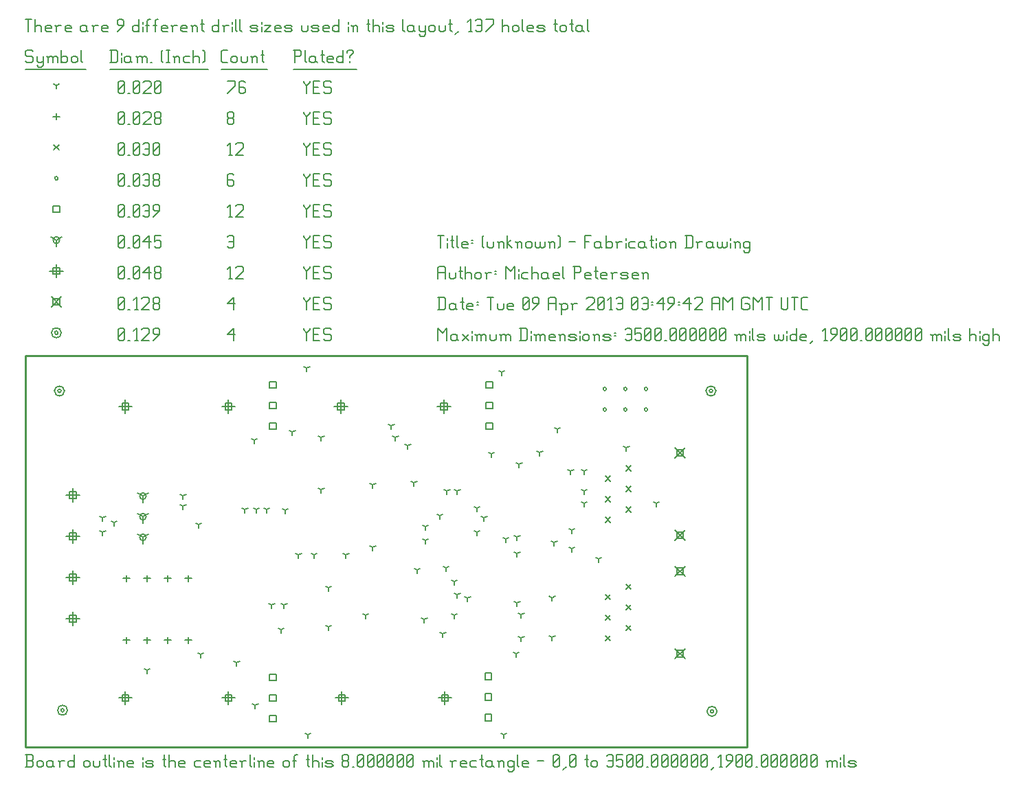
<source format=gbr>
G04 start of page 12 for group -3984 idx -3984 *
G04 Title: (unknown), fab *
G04 Creator: pcb 20110918 *
G04 CreationDate: Tue 09 Apr 2013 03:49:42 AM GMT UTC *
G04 For: railfan *
G04 Format: Gerber/RS-274X *
G04 PCB-Dimensions: 350000 190000 *
G04 PCB-Coordinate-Origin: lower left *
%MOIN*%
%FSLAX25Y25*%
%LNFAB*%
%ADD98C,0.0100*%
%ADD97C,0.0060*%
%ADD96R,0.0080X0.0080*%
G54D96*X17200Y18000D02*G75*G03X18800Y18000I800J0D01*G01*
G75*G03X17200Y18000I-800J0D01*G01*
X15600D02*G75*G03X20400Y18000I2400J0D01*G01*
G75*G03X15600Y18000I-2400J0D01*G01*
X332200Y17500D02*G75*G03X333800Y17500I800J0D01*G01*
G75*G03X332200Y17500I-800J0D01*G01*
X330600D02*G75*G03X335400Y17500I2400J0D01*G01*
G75*G03X330600Y17500I-2400J0D01*G01*
X15700Y173000D02*G75*G03X17300Y173000I800J0D01*G01*
G75*G03X15700Y173000I-800J0D01*G01*
X14100D02*G75*G03X18900Y173000I2400J0D01*G01*
G75*G03X14100Y173000I-2400J0D01*G01*
X331700D02*G75*G03X333300Y173000I800J0D01*G01*
G75*G03X331700Y173000I-800J0D01*G01*
X330100D02*G75*G03X334900Y173000I2400J0D01*G01*
G75*G03X330100Y173000I-2400J0D01*G01*
X14200Y201250D02*G75*G03X15800Y201250I800J0D01*G01*
G75*G03X14200Y201250I-800J0D01*G01*
X12600D02*G75*G03X17400Y201250I2400J0D01*G01*
G75*G03X12600Y201250I-2400J0D01*G01*
G54D97*X135000Y203500D02*Y202750D01*
X136500Y201250D01*
X138000Y202750D01*
Y203500D02*Y202750D01*
X136500Y201250D02*Y197500D01*
X139800Y200500D02*X142050D01*
X139800Y197500D02*X142800D01*
X139800Y203500D02*Y197500D01*
Y203500D02*X142800D01*
X147600D02*X148350Y202750D01*
X145350Y203500D02*X147600D01*
X144600Y202750D02*X145350Y203500D01*
X144600Y202750D02*Y201250D01*
X145350Y200500D01*
X147600D01*
X148350Y199750D01*
Y198250D01*
X147600Y197500D02*X148350Y198250D01*
X145350Y197500D02*X147600D01*
X144600Y198250D02*X145350Y197500D01*
X98000Y200500D02*X101000Y203500D01*
X98000Y200500D02*X101750D01*
X101000Y203500D02*Y197500D01*
X45000Y198250D02*X45750Y197500D01*
X45000Y202750D02*Y198250D01*
Y202750D02*X45750Y203500D01*
X47250D01*
X48000Y202750D01*
Y198250D01*
X47250Y197500D02*X48000Y198250D01*
X45750Y197500D02*X47250D01*
X45000Y199000D02*X48000Y202000D01*
X49800Y197500D02*X50550D01*
X53100D02*X54600D01*
X53850Y203500D02*Y197500D01*
X52350Y202000D02*X53850Y203500D01*
X56400Y202750D02*X57150Y203500D01*
X59400D01*
X60150Y202750D01*
Y201250D01*
X56400Y197500D02*X60150Y201250D01*
X56400Y197500D02*X60150D01*
X61950D02*X64950Y200500D01*
Y202750D02*Y200500D01*
X64200Y203500D02*X64950Y202750D01*
X62700Y203500D02*X64200D01*
X61950Y202750D02*X62700Y203500D01*
X61950Y202750D02*Y201250D01*
X62700Y200500D01*
X64950D01*
X315100Y47900D02*X319900Y43100D01*
X315100D02*X319900Y47900D01*
X315900Y47100D02*X319100D01*
X315900D02*Y43900D01*
X319100D01*
Y47100D02*Y43900D01*
X315100Y87900D02*X319900Y83100D01*
X315100D02*X319900Y87900D01*
X315900Y87100D02*X319100D01*
X315900D02*Y83900D01*
X319100D01*
Y87100D02*Y83900D01*
X315100Y105400D02*X319900Y100600D01*
X315100D02*X319900Y105400D01*
X315900Y104600D02*X319100D01*
X315900D02*Y101400D01*
X319100D01*
Y104600D02*Y101400D01*
X315100Y145400D02*X319900Y140600D01*
X315100D02*X319900Y145400D01*
X315900Y144600D02*X319100D01*
X315900D02*Y141400D01*
X319100D01*
Y144600D02*Y141400D01*
X12600Y218650D02*X17400Y213850D01*
X12600D02*X17400Y218650D01*
X13400Y217850D02*X16600D01*
X13400D02*Y214650D01*
X16600D01*
Y217850D02*Y214650D01*
X135000Y218500D02*Y217750D01*
X136500Y216250D01*
X138000Y217750D01*
Y218500D02*Y217750D01*
X136500Y216250D02*Y212500D01*
X139800Y215500D02*X142050D01*
X139800Y212500D02*X142800D01*
X139800Y218500D02*Y212500D01*
Y218500D02*X142800D01*
X147600D02*X148350Y217750D01*
X145350Y218500D02*X147600D01*
X144600Y217750D02*X145350Y218500D01*
X144600Y217750D02*Y216250D01*
X145350Y215500D01*
X147600D01*
X148350Y214750D01*
Y213250D01*
X147600Y212500D02*X148350Y213250D01*
X145350Y212500D02*X147600D01*
X144600Y213250D02*X145350Y212500D01*
X98000Y215500D02*X101000Y218500D01*
X98000Y215500D02*X101750D01*
X101000Y218500D02*Y212500D01*
X45000Y213250D02*X45750Y212500D01*
X45000Y217750D02*Y213250D01*
Y217750D02*X45750Y218500D01*
X47250D01*
X48000Y217750D01*
Y213250D01*
X47250Y212500D02*X48000Y213250D01*
X45750Y212500D02*X47250D01*
X45000Y214000D02*X48000Y217000D01*
X49800Y212500D02*X50550D01*
X53100D02*X54600D01*
X53850Y218500D02*Y212500D01*
X52350Y217000D02*X53850Y218500D01*
X56400Y217750D02*X57150Y218500D01*
X59400D01*
X60150Y217750D01*
Y216250D01*
X56400Y212500D02*X60150Y216250D01*
X56400Y212500D02*X60150D01*
X61950Y213250D02*X62700Y212500D01*
X61950Y214750D02*Y213250D01*
Y214750D02*X62700Y215500D01*
X64200D01*
X64950Y214750D01*
Y213250D01*
X64200Y212500D02*X64950Y213250D01*
X62700Y212500D02*X64200D01*
X61950Y216250D02*X62700Y215500D01*
X61950Y217750D02*Y216250D01*
Y217750D02*X62700Y218500D01*
X64200D01*
X64950Y217750D01*
Y216250D01*
X64200Y215500D02*X64950Y216250D01*
X48500Y27200D02*Y20800D01*
X45300Y24000D02*X51700D01*
X46900Y25600D02*X50100D01*
X46900D02*Y22400D01*
X50100D01*
Y25600D02*Y22400D01*
X98500Y27200D02*Y20800D01*
X95300Y24000D02*X101700D01*
X96900Y25600D02*X100100D01*
X96900D02*Y22400D01*
X100100D01*
Y25600D02*Y22400D01*
X153500Y27200D02*Y20800D01*
X150300Y24000D02*X156700D01*
X151900Y25600D02*X155100D01*
X151900D02*Y22400D01*
X155100D01*
Y25600D02*Y22400D01*
X203500Y27200D02*Y20800D01*
X200300Y24000D02*X206700D01*
X201900Y25600D02*X205100D01*
X201900D02*Y22400D01*
X205100D01*
Y25600D02*Y22400D01*
X153000Y168700D02*Y162300D01*
X149800Y165500D02*X156200D01*
X151400Y167100D02*X154600D01*
X151400D02*Y163900D01*
X154600D01*
Y167100D02*Y163900D01*
X203000Y168700D02*Y162300D01*
X199800Y165500D02*X206200D01*
X201400Y167100D02*X204600D01*
X201400D02*Y163900D01*
X204600D01*
Y167100D02*Y163900D01*
X23000Y125700D02*Y119300D01*
X19800Y122500D02*X26200D01*
X21400Y124100D02*X24600D01*
X21400D02*Y120900D01*
X24600D01*
Y124100D02*Y120900D01*
X23000Y105700D02*Y99300D01*
X19800Y102500D02*X26200D01*
X21400Y104100D02*X24600D01*
X21400D02*Y100900D01*
X24600D01*
Y104100D02*Y100900D01*
X23000Y85700D02*Y79300D01*
X19800Y82500D02*X26200D01*
X21400Y84100D02*X24600D01*
X21400D02*Y80900D01*
X24600D01*
Y84100D02*Y80900D01*
X23000Y65700D02*Y59300D01*
X19800Y62500D02*X26200D01*
X21400Y64100D02*X24600D01*
X21400D02*Y60900D01*
X24600D01*
Y64100D02*Y60900D01*
X48500Y168700D02*Y162300D01*
X45300Y165500D02*X51700D01*
X46900Y167100D02*X50100D01*
X46900D02*Y163900D01*
X50100D01*
Y167100D02*Y163900D01*
X98500Y168700D02*Y162300D01*
X95300Y165500D02*X101700D01*
X96900Y167100D02*X100100D01*
X96900D02*Y163900D01*
X100100D01*
Y167100D02*Y163900D01*
X15000Y234450D02*Y228050D01*
X11800Y231250D02*X18200D01*
X13400Y232850D02*X16600D01*
X13400D02*Y229650D01*
X16600D01*
Y232850D02*Y229650D01*
X135000Y233500D02*Y232750D01*
X136500Y231250D01*
X138000Y232750D01*
Y233500D02*Y232750D01*
X136500Y231250D02*Y227500D01*
X139800Y230500D02*X142050D01*
X139800Y227500D02*X142800D01*
X139800Y233500D02*Y227500D01*
Y233500D02*X142800D01*
X147600D02*X148350Y232750D01*
X145350Y233500D02*X147600D01*
X144600Y232750D02*X145350Y233500D01*
X144600Y232750D02*Y231250D01*
X145350Y230500D01*
X147600D01*
X148350Y229750D01*
Y228250D01*
X147600Y227500D02*X148350Y228250D01*
X145350Y227500D02*X147600D01*
X144600Y228250D02*X145350Y227500D01*
X98750D02*X100250D01*
X99500Y233500D02*Y227500D01*
X98000Y232000D02*X99500Y233500D01*
X102050Y232750D02*X102800Y233500D01*
X105050D01*
X105800Y232750D01*
Y231250D01*
X102050Y227500D02*X105800Y231250D01*
X102050Y227500D02*X105800D01*
X45000Y228250D02*X45750Y227500D01*
X45000Y232750D02*Y228250D01*
Y232750D02*X45750Y233500D01*
X47250D01*
X48000Y232750D01*
Y228250D01*
X47250Y227500D02*X48000Y228250D01*
X45750Y227500D02*X47250D01*
X45000Y229000D02*X48000Y232000D01*
X49800Y227500D02*X50550D01*
X52350Y228250D02*X53100Y227500D01*
X52350Y232750D02*Y228250D01*
Y232750D02*X53100Y233500D01*
X54600D01*
X55350Y232750D01*
Y228250D01*
X54600Y227500D02*X55350Y228250D01*
X53100Y227500D02*X54600D01*
X52350Y229000D02*X55350Y232000D01*
X57150Y230500D02*X60150Y233500D01*
X57150Y230500D02*X60900D01*
X60150Y233500D02*Y227500D01*
X62700Y228250D02*X63450Y227500D01*
X62700Y229750D02*Y228250D01*
Y229750D02*X63450Y230500D01*
X64950D01*
X65700Y229750D01*
Y228250D01*
X64950Y227500D02*X65700Y228250D01*
X63450Y227500D02*X64950D01*
X62700Y231250D02*X63450Y230500D01*
X62700Y232750D02*Y231250D01*
Y232750D02*X63450Y233500D01*
X64950D01*
X65700Y232750D01*
Y231250D01*
X64950Y230500D02*X65700Y231250D01*
X57000Y102000D02*Y98800D01*
Y102000D02*X59773Y103600D01*
X57000Y102000D02*X54227Y103600D01*
X55400Y102000D02*G75*G03X58600Y102000I1600J0D01*G01*
G75*G03X55400Y102000I-1600J0D01*G01*
X57000Y112000D02*Y108800D01*
Y112000D02*X59773Y113600D01*
X57000Y112000D02*X54227Y113600D01*
X55400Y112000D02*G75*G03X58600Y112000I1600J0D01*G01*
G75*G03X55400Y112000I-1600J0D01*G01*
X57000Y122000D02*Y118800D01*
Y122000D02*X59773Y123600D01*
X57000Y122000D02*X54227Y123600D01*
X55400Y122000D02*G75*G03X58600Y122000I1600J0D01*G01*
G75*G03X55400Y122000I-1600J0D01*G01*
X15000Y246250D02*Y243050D01*
Y246250D02*X17773Y247850D01*
X15000Y246250D02*X12227Y247850D01*
X13400Y246250D02*G75*G03X16600Y246250I1600J0D01*G01*
G75*G03X13400Y246250I-1600J0D01*G01*
X135000Y248500D02*Y247750D01*
X136500Y246250D01*
X138000Y247750D01*
Y248500D02*Y247750D01*
X136500Y246250D02*Y242500D01*
X139800Y245500D02*X142050D01*
X139800Y242500D02*X142800D01*
X139800Y248500D02*Y242500D01*
Y248500D02*X142800D01*
X147600D02*X148350Y247750D01*
X145350Y248500D02*X147600D01*
X144600Y247750D02*X145350Y248500D01*
X144600Y247750D02*Y246250D01*
X145350Y245500D01*
X147600D01*
X148350Y244750D01*
Y243250D01*
X147600Y242500D02*X148350Y243250D01*
X145350Y242500D02*X147600D01*
X144600Y243250D02*X145350Y242500D01*
X98000Y247750D02*X98750Y248500D01*
X100250D01*
X101000Y247750D01*
Y243250D01*
X100250Y242500D02*X101000Y243250D01*
X98750Y242500D02*X100250D01*
X98000Y243250D02*X98750Y242500D01*
Y245500D02*X101000D01*
X45000Y243250D02*X45750Y242500D01*
X45000Y247750D02*Y243250D01*
Y247750D02*X45750Y248500D01*
X47250D01*
X48000Y247750D01*
Y243250D01*
X47250Y242500D02*X48000Y243250D01*
X45750Y242500D02*X47250D01*
X45000Y244000D02*X48000Y247000D01*
X49800Y242500D02*X50550D01*
X52350Y243250D02*X53100Y242500D01*
X52350Y247750D02*Y243250D01*
Y247750D02*X53100Y248500D01*
X54600D01*
X55350Y247750D01*
Y243250D01*
X54600Y242500D02*X55350Y243250D01*
X53100Y242500D02*X54600D01*
X52350Y244000D02*X55350Y247000D01*
X57150Y245500D02*X60150Y248500D01*
X57150Y245500D02*X60900D01*
X60150Y248500D02*Y242500D01*
X62700Y248500D02*X65700D01*
X62700D02*Y245500D01*
X63450Y246250D01*
X64950D01*
X65700Y245500D01*
Y243250D01*
X64950Y242500D02*X65700Y243250D01*
X63450Y242500D02*X64950D01*
X62700Y243250D02*X63450Y242500D01*
X222900Y16100D02*X226100D01*
X222900D02*Y12900D01*
X226100D01*
Y16100D02*Y12900D01*
X222900Y26100D02*X226100D01*
X222900D02*Y22900D01*
X226100D01*
Y26100D02*Y22900D01*
X222900Y36100D02*X226100D01*
X222900D02*Y32900D01*
X226100D01*
Y36100D02*Y32900D01*
X223400Y157600D02*X226600D01*
X223400D02*Y154400D01*
X226600D01*
Y157600D02*Y154400D01*
X223400Y167600D02*X226600D01*
X223400D02*Y164400D01*
X226600D01*
Y167600D02*Y164400D01*
X223400Y177600D02*X226600D01*
X223400D02*Y174400D01*
X226600D01*
Y177600D02*Y174400D01*
X118400Y157600D02*X121600D01*
X118400D02*Y154400D01*
X121600D01*
Y157600D02*Y154400D01*
X118400Y167600D02*X121600D01*
X118400D02*Y164400D01*
X121600D01*
Y167600D02*Y164400D01*
X118400Y177600D02*X121600D01*
X118400D02*Y174400D01*
X121600D01*
Y177600D02*Y174400D01*
X118400Y15600D02*X121600D01*
X118400D02*Y12400D01*
X121600D01*
Y15600D02*Y12400D01*
X118400Y25600D02*X121600D01*
X118400D02*Y22400D01*
X121600D01*
Y25600D02*Y22400D01*
X118400Y35600D02*X121600D01*
X118400D02*Y32400D01*
X121600D01*
Y35600D02*Y32400D01*
X13400Y262850D02*X16600D01*
X13400D02*Y259650D01*
X16600D01*
Y262850D02*Y259650D01*
X135000Y263500D02*Y262750D01*
X136500Y261250D01*
X138000Y262750D01*
Y263500D02*Y262750D01*
X136500Y261250D02*Y257500D01*
X139800Y260500D02*X142050D01*
X139800Y257500D02*X142800D01*
X139800Y263500D02*Y257500D01*
Y263500D02*X142800D01*
X147600D02*X148350Y262750D01*
X145350Y263500D02*X147600D01*
X144600Y262750D02*X145350Y263500D01*
X144600Y262750D02*Y261250D01*
X145350Y260500D01*
X147600D01*
X148350Y259750D01*
Y258250D01*
X147600Y257500D02*X148350Y258250D01*
X145350Y257500D02*X147600D01*
X144600Y258250D02*X145350Y257500D01*
X98750D02*X100250D01*
X99500Y263500D02*Y257500D01*
X98000Y262000D02*X99500Y263500D01*
X102050Y262750D02*X102800Y263500D01*
X105050D01*
X105800Y262750D01*
Y261250D01*
X102050Y257500D02*X105800Y261250D01*
X102050Y257500D02*X105800D01*
X45000Y258250D02*X45750Y257500D01*
X45000Y262750D02*Y258250D01*
Y262750D02*X45750Y263500D01*
X47250D01*
X48000Y262750D01*
Y258250D01*
X47250Y257500D02*X48000Y258250D01*
X45750Y257500D02*X47250D01*
X45000Y259000D02*X48000Y262000D01*
X49800Y257500D02*X50550D01*
X52350Y258250D02*X53100Y257500D01*
X52350Y262750D02*Y258250D01*
Y262750D02*X53100Y263500D01*
X54600D01*
X55350Y262750D01*
Y258250D01*
X54600Y257500D02*X55350Y258250D01*
X53100Y257500D02*X54600D01*
X52350Y259000D02*X55350Y262000D01*
X57150Y262750D02*X57900Y263500D01*
X59400D01*
X60150Y262750D01*
Y258250D01*
X59400Y257500D02*X60150Y258250D01*
X57900Y257500D02*X59400D01*
X57150Y258250D02*X57900Y257500D01*
Y260500D02*X60150D01*
X61950Y257500D02*X64950Y260500D01*
Y262750D02*Y260500D01*
X64200Y263500D02*X64950Y262750D01*
X62700Y263500D02*X64200D01*
X61950Y262750D02*X62700Y263500D01*
X61950Y262750D02*Y261250D01*
X62700Y260500D01*
X64950D01*
X300200Y174000D02*G75*G03X301800Y174000I800J0D01*G01*
G75*G03X300200Y174000I-800J0D01*G01*
X290200D02*G75*G03X291800Y174000I800J0D01*G01*
G75*G03X290200Y174000I-800J0D01*G01*
X280200D02*G75*G03X281800Y174000I800J0D01*G01*
G75*G03X280200Y174000I-800J0D01*G01*
X300200Y164000D02*G75*G03X301800Y164000I800J0D01*G01*
G75*G03X300200Y164000I-800J0D01*G01*
X290200D02*G75*G03X291800Y164000I800J0D01*G01*
G75*G03X290200Y164000I-800J0D01*G01*
X280200D02*G75*G03X281800Y164000I800J0D01*G01*
G75*G03X280200Y164000I-800J0D01*G01*
X14200Y276250D02*G75*G03X15800Y276250I800J0D01*G01*
G75*G03X14200Y276250I-800J0D01*G01*
X135000Y278500D02*Y277750D01*
X136500Y276250D01*
X138000Y277750D01*
Y278500D02*Y277750D01*
X136500Y276250D02*Y272500D01*
X139800Y275500D02*X142050D01*
X139800Y272500D02*X142800D01*
X139800Y278500D02*Y272500D01*
Y278500D02*X142800D01*
X147600D02*X148350Y277750D01*
X145350Y278500D02*X147600D01*
X144600Y277750D02*X145350Y278500D01*
X144600Y277750D02*Y276250D01*
X145350Y275500D01*
X147600D01*
X148350Y274750D01*
Y273250D01*
X147600Y272500D02*X148350Y273250D01*
X145350Y272500D02*X147600D01*
X144600Y273250D02*X145350Y272500D01*
X100250Y278500D02*X101000Y277750D01*
X98750Y278500D02*X100250D01*
X98000Y277750D02*X98750Y278500D01*
X98000Y277750D02*Y273250D01*
X98750Y272500D01*
X100250Y275500D02*X101000Y274750D01*
X98000Y275500D02*X100250D01*
X98750Y272500D02*X100250D01*
X101000Y273250D01*
Y274750D02*Y273250D01*
X45000D02*X45750Y272500D01*
X45000Y277750D02*Y273250D01*
Y277750D02*X45750Y278500D01*
X47250D01*
X48000Y277750D01*
Y273250D01*
X47250Y272500D02*X48000Y273250D01*
X45750Y272500D02*X47250D01*
X45000Y274000D02*X48000Y277000D01*
X49800Y272500D02*X50550D01*
X52350Y273250D02*X53100Y272500D01*
X52350Y277750D02*Y273250D01*
Y277750D02*X53100Y278500D01*
X54600D01*
X55350Y277750D01*
Y273250D01*
X54600Y272500D02*X55350Y273250D01*
X53100Y272500D02*X54600D01*
X52350Y274000D02*X55350Y277000D01*
X57150Y277750D02*X57900Y278500D01*
X59400D01*
X60150Y277750D01*
Y273250D01*
X59400Y272500D02*X60150Y273250D01*
X57900Y272500D02*X59400D01*
X57150Y273250D02*X57900Y272500D01*
Y275500D02*X60150D01*
X61950Y273250D02*X62700Y272500D01*
X61950Y274750D02*Y273250D01*
Y274750D02*X62700Y275500D01*
X64200D01*
X64950Y274750D01*
Y273250D01*
X64200Y272500D02*X64950Y273250D01*
X62700Y272500D02*X64200D01*
X61950Y276250D02*X62700Y275500D01*
X61950Y277750D02*Y276250D01*
Y277750D02*X62700Y278500D01*
X64200D01*
X64950Y277750D01*
Y276250D01*
X64200Y275500D02*X64950Y276250D01*
X281300Y54200D02*X283700Y51800D01*
X281300D02*X283700Y54200D01*
X291300Y59200D02*X293700Y56800D01*
X291300D02*X293700Y59200D01*
X281300Y64200D02*X283700Y61800D01*
X281300D02*X283700Y64200D01*
X291300Y69200D02*X293700Y66800D01*
X291300D02*X293700Y69200D01*
X281300Y74200D02*X283700Y71800D01*
X281300D02*X283700Y74200D01*
X291300Y79200D02*X293700Y76800D01*
X291300D02*X293700Y79200D01*
X281300Y111700D02*X283700Y109300D01*
X281300D02*X283700Y111700D01*
X291300Y116700D02*X293700Y114300D01*
X291300D02*X293700Y116700D01*
X281300Y121700D02*X283700Y119300D01*
X281300D02*X283700Y121700D01*
X291300Y126700D02*X293700Y124300D01*
X291300D02*X293700Y126700D01*
X281300Y131700D02*X283700Y129300D01*
X281300D02*X283700Y131700D01*
X291300Y136700D02*X293700Y134300D01*
X291300D02*X293700Y136700D01*
X13800Y292450D02*X16200Y290050D01*
X13800D02*X16200Y292450D01*
X135000Y293500D02*Y292750D01*
X136500Y291250D01*
X138000Y292750D01*
Y293500D02*Y292750D01*
X136500Y291250D02*Y287500D01*
X139800Y290500D02*X142050D01*
X139800Y287500D02*X142800D01*
X139800Y293500D02*Y287500D01*
Y293500D02*X142800D01*
X147600D02*X148350Y292750D01*
X145350Y293500D02*X147600D01*
X144600Y292750D02*X145350Y293500D01*
X144600Y292750D02*Y291250D01*
X145350Y290500D01*
X147600D01*
X148350Y289750D01*
Y288250D01*
X147600Y287500D02*X148350Y288250D01*
X145350Y287500D02*X147600D01*
X144600Y288250D02*X145350Y287500D01*
X98750D02*X100250D01*
X99500Y293500D02*Y287500D01*
X98000Y292000D02*X99500Y293500D01*
X102050Y292750D02*X102800Y293500D01*
X105050D01*
X105800Y292750D01*
Y291250D01*
X102050Y287500D02*X105800Y291250D01*
X102050Y287500D02*X105800D01*
X45000Y288250D02*X45750Y287500D01*
X45000Y292750D02*Y288250D01*
Y292750D02*X45750Y293500D01*
X47250D01*
X48000Y292750D01*
Y288250D01*
X47250Y287500D02*X48000Y288250D01*
X45750Y287500D02*X47250D01*
X45000Y289000D02*X48000Y292000D01*
X49800Y287500D02*X50550D01*
X52350Y288250D02*X53100Y287500D01*
X52350Y292750D02*Y288250D01*
Y292750D02*X53100Y293500D01*
X54600D01*
X55350Y292750D01*
Y288250D01*
X54600Y287500D02*X55350Y288250D01*
X53100Y287500D02*X54600D01*
X52350Y289000D02*X55350Y292000D01*
X57150Y292750D02*X57900Y293500D01*
X59400D01*
X60150Y292750D01*
Y288250D01*
X59400Y287500D02*X60150Y288250D01*
X57900Y287500D02*X59400D01*
X57150Y288250D02*X57900Y287500D01*
Y290500D02*X60150D01*
X61950Y288250D02*X62700Y287500D01*
X61950Y292750D02*Y288250D01*
Y292750D02*X62700Y293500D01*
X64200D01*
X64950Y292750D01*
Y288250D01*
X64200Y287500D02*X64950Y288250D01*
X62700Y287500D02*X64200D01*
X61950Y289000D02*X64950Y292000D01*
X49000Y53600D02*Y50400D01*
X47400Y52000D02*X50600D01*
X59000Y53600D02*Y50400D01*
X57400Y52000D02*X60600D01*
X69000Y53600D02*Y50400D01*
X67400Y52000D02*X70600D01*
X79000Y53600D02*Y50400D01*
X77400Y52000D02*X80600D01*
X79000Y83600D02*Y80400D01*
X77400Y82000D02*X80600D01*
X69000Y83600D02*Y80400D01*
X67400Y82000D02*X70600D01*
X59000Y83600D02*Y80400D01*
X57400Y82000D02*X60600D01*
X49000Y83600D02*Y80400D01*
X47400Y82000D02*X50600D01*
X15000Y307850D02*Y304650D01*
X13400Y306250D02*X16600D01*
X135000Y308500D02*Y307750D01*
X136500Y306250D01*
X138000Y307750D01*
Y308500D02*Y307750D01*
X136500Y306250D02*Y302500D01*
X139800Y305500D02*X142050D01*
X139800Y302500D02*X142800D01*
X139800Y308500D02*Y302500D01*
Y308500D02*X142800D01*
X147600D02*X148350Y307750D01*
X145350Y308500D02*X147600D01*
X144600Y307750D02*X145350Y308500D01*
X144600Y307750D02*Y306250D01*
X145350Y305500D01*
X147600D01*
X148350Y304750D01*
Y303250D01*
X147600Y302500D02*X148350Y303250D01*
X145350Y302500D02*X147600D01*
X144600Y303250D02*X145350Y302500D01*
X98000Y303250D02*X98750Y302500D01*
X98000Y304750D02*Y303250D01*
Y304750D02*X98750Y305500D01*
X100250D01*
X101000Y304750D01*
Y303250D01*
X100250Y302500D02*X101000Y303250D01*
X98750Y302500D02*X100250D01*
X98000Y306250D02*X98750Y305500D01*
X98000Y307750D02*Y306250D01*
Y307750D02*X98750Y308500D01*
X100250D01*
X101000Y307750D01*
Y306250D01*
X100250Y305500D02*X101000Y306250D01*
X45000Y303250D02*X45750Y302500D01*
X45000Y307750D02*Y303250D01*
Y307750D02*X45750Y308500D01*
X47250D01*
X48000Y307750D01*
Y303250D01*
X47250Y302500D02*X48000Y303250D01*
X45750Y302500D02*X47250D01*
X45000Y304000D02*X48000Y307000D01*
X49800Y302500D02*X50550D01*
X52350Y303250D02*X53100Y302500D01*
X52350Y307750D02*Y303250D01*
Y307750D02*X53100Y308500D01*
X54600D01*
X55350Y307750D01*
Y303250D01*
X54600Y302500D02*X55350Y303250D01*
X53100Y302500D02*X54600D01*
X52350Y304000D02*X55350Y307000D01*
X57150Y307750D02*X57900Y308500D01*
X60150D01*
X60900Y307750D01*
Y306250D01*
X57150Y302500D02*X60900Y306250D01*
X57150Y302500D02*X60900D01*
X62700Y303250D02*X63450Y302500D01*
X62700Y304750D02*Y303250D01*
Y304750D02*X63450Y305500D01*
X64950D01*
X65700Y304750D01*
Y303250D01*
X64950Y302500D02*X65700Y303250D01*
X63450Y302500D02*X64950D01*
X62700Y306250D02*X63450Y305500D01*
X62700Y307750D02*Y306250D01*
Y307750D02*X63450Y308500D01*
X64950D01*
X65700Y307750D01*
Y306250D01*
X64950Y305500D02*X65700Y306250D01*
X255500Y53394D02*Y51794D01*
Y53394D02*X256887Y54194D01*
X255500Y53394D02*X254113Y54194D01*
X255500Y72606D02*Y71006D01*
Y72606D02*X256887Y73406D01*
X255500Y72606D02*X254113Y73406D01*
X278000Y91500D02*Y89900D01*
Y91500D02*X279387Y92300D01*
X278000Y91500D02*X276613Y92300D01*
X85000Y45000D02*Y43400D01*
Y45000D02*X86387Y45800D01*
X85000Y45000D02*X83613Y45800D01*
X214500Y72500D02*Y70900D01*
Y72500D02*X215887Y73300D01*
X214500Y72500D02*X213113Y73300D01*
X119500Y69000D02*Y67400D01*
Y69000D02*X120887Y69800D01*
X119500Y69000D02*X118113Y69800D01*
X177500Y156000D02*Y154400D01*
Y156000D02*X178887Y156800D01*
X177500Y156000D02*X176113Y156800D01*
X165000Y64000D02*Y62400D01*
Y64000D02*X166387Y64800D01*
X165000Y64000D02*X163613Y64800D01*
X208000Y64000D02*Y62400D01*
Y64000D02*X209387Y64800D01*
X208000Y64000D02*X206613Y64800D01*
X209500Y74000D02*Y72400D01*
Y74000D02*X210887Y74800D01*
X209500Y74000D02*X208113Y74800D01*
X117000Y115500D02*Y113900D01*
Y115500D02*X118387Y116300D01*
X117000Y115500D02*X115613Y116300D01*
X126000Y115000D02*Y113400D01*
Y115000D02*X127387Y115800D01*
X126000Y115000D02*X124613Y115800D01*
X102500Y41000D02*Y39400D01*
Y41000D02*X103887Y41800D01*
X102500Y41000D02*X101113Y41800D01*
X208000Y80500D02*Y78900D01*
Y80500D02*X209387Y81300D01*
X208000Y80500D02*X206613Y81300D01*
X155500Y93500D02*Y91900D01*
Y93500D02*X156887Y94300D01*
X155500Y93500D02*X154113Y94300D01*
X140000Y93500D02*Y91900D01*
Y93500D02*X141387Y94300D01*
X140000Y93500D02*X138613Y94300D01*
X143500Y125000D02*Y123400D01*
Y125000D02*X144887Y125800D01*
X143500Y125000D02*X142113Y125800D01*
X143500Y150500D02*Y148900D01*
Y150500D02*X144887Y151300D01*
X143500Y150500D02*X142113Y151300D01*
X147000Y58500D02*Y56900D01*
Y58500D02*X148387Y59300D01*
X147000Y58500D02*X145613Y59300D01*
X240500Y64500D02*Y62900D01*
Y64500D02*X241887Y65300D01*
X240500Y64500D02*X239113Y65300D01*
X240500Y53000D02*Y51400D01*
Y53000D02*X241887Y53800D01*
X240500Y53000D02*X239113Y53800D01*
X168500Y97000D02*Y95400D01*
Y97000D02*X169887Y97800D01*
X168500Y97000D02*X167113Y97800D01*
X168500Y127500D02*Y125900D01*
Y127500D02*X169887Y128300D01*
X168500Y127500D02*X167113Y128300D01*
X238500Y102000D02*Y100400D01*
Y102000D02*X239887Y102800D01*
X238500Y102000D02*X237113Y102800D01*
X238500Y94000D02*Y92400D01*
Y94000D02*X239887Y94800D01*
X238500Y94000D02*X237113Y94800D01*
X194000Y100500D02*Y98900D01*
Y100500D02*X195387Y101300D01*
X194000Y100500D02*X192613Y101300D01*
X194000Y107000D02*Y105400D01*
Y107000D02*X195387Y107800D01*
X194000Y107000D02*X192613Y107800D01*
X179500Y150500D02*Y148900D01*
Y150500D02*X180887Y151300D01*
X179500Y150500D02*X178113Y151300D01*
X238500Y70000D02*Y68400D01*
Y70000D02*X239887Y70800D01*
X238500Y70000D02*X237113Y70800D01*
X185500Y146500D02*Y144900D01*
Y146500D02*X186887Y147300D01*
X185500Y146500D02*X184113Y147300D01*
X188500Y128500D02*Y126900D01*
Y128500D02*X189887Y129300D01*
X188500Y128500D02*X187113Y129300D01*
X239500Y137500D02*Y135900D01*
Y137500D02*X240887Y138300D01*
X239500Y137500D02*X238113Y138300D01*
X219000Y104500D02*Y102900D01*
Y104500D02*X220387Y105300D01*
X219000Y104500D02*X217613Y105300D01*
X265000Y105500D02*Y103900D01*
Y105500D02*X266387Y106300D01*
X265000Y105500D02*X263613Y106300D01*
X265000Y96500D02*Y94900D01*
Y96500D02*X266387Y97300D01*
X265000Y96500D02*X263613Y97300D01*
X201000Y112500D02*Y110900D01*
Y112500D02*X202387Y113300D01*
X201000Y112500D02*X199613Y113300D01*
X249500Y143000D02*Y141400D01*
Y143000D02*X250887Y143800D01*
X249500Y143000D02*X248113Y143800D01*
X258000Y154500D02*Y152900D01*
Y154500D02*X259387Y155300D01*
X258000Y154500D02*X256613Y155300D01*
X256500Y99500D02*Y97900D01*
Y99500D02*X257887Y100300D01*
X256500Y99500D02*X255113Y100300D01*
X271000Y118500D02*Y116900D01*
Y118500D02*X272387Y119300D01*
X271000Y118500D02*X269613Y119300D01*
X291500Y145500D02*Y143900D01*
Y145500D02*X292887Y146300D01*
X291500Y145500D02*X290113Y146300D01*
X204500Y124500D02*Y122900D01*
Y124500D02*X205887Y125300D01*
X204500Y124500D02*X203113Y125300D01*
X209500Y124500D02*Y122900D01*
Y124500D02*X210887Y125300D01*
X209500Y124500D02*X208113Y125300D01*
X271000Y134000D02*Y132400D01*
Y134000D02*X272387Y134800D01*
X271000Y134000D02*X269613Y134800D01*
X264500Y134000D02*Y132400D01*
Y134000D02*X265887Y134800D01*
X264500Y134000D02*X263113Y134800D01*
X219000Y116000D02*Y114400D01*
Y116000D02*X220387Y116800D01*
X219000Y116000D02*X217613Y116800D01*
X222500Y111500D02*Y109900D01*
Y111500D02*X223887Y112300D01*
X222500Y111500D02*X221113Y112300D01*
X271000Y124500D02*Y122900D01*
Y124500D02*X272387Y125300D01*
X271000Y124500D02*X269613Y125300D01*
X190000Y86000D02*Y84400D01*
Y86000D02*X191387Y86800D01*
X190000Y86000D02*X188613Y86800D01*
X202500Y55000D02*Y53400D01*
Y55000D02*X203887Y55800D01*
X202500Y55000D02*X201113Y55800D01*
X204000Y87000D02*Y85400D01*
Y87000D02*X205387Y87800D01*
X204000Y87000D02*X202613Y87800D01*
X233000Y101000D02*Y99400D01*
Y101000D02*X234387Y101800D01*
X233000Y101000D02*X231613Y101800D01*
X106500Y115500D02*Y113900D01*
Y115500D02*X107887Y116300D01*
X106500Y115500D02*X105113Y116300D01*
X112000Y115500D02*Y113900D01*
Y115500D02*X113387Y116300D01*
X112000Y115500D02*X110613Y116300D01*
X124000Y57000D02*Y55400D01*
Y57000D02*X125387Y57800D01*
X124000Y57000D02*X122613Y57800D01*
X125500Y69000D02*Y67400D01*
Y69000D02*X126887Y69800D01*
X125500Y69000D02*X124113Y69800D01*
X76500Y122000D02*Y120400D01*
Y122000D02*X77887Y122800D01*
X76500Y122000D02*X75113Y122800D01*
X76500Y117000D02*Y115400D01*
Y117000D02*X77887Y117800D01*
X76500Y117000D02*X75113Y117800D01*
X84000Y108000D02*Y106400D01*
Y108000D02*X85387Y108800D01*
X84000Y108000D02*X82613Y108800D01*
X37500Y111500D02*Y109900D01*
Y111500D02*X38887Y112300D01*
X37500Y111500D02*X36113Y112300D01*
X37500Y104500D02*Y102900D01*
Y104500D02*X38887Y105300D01*
X37500Y104500D02*X36113Y105300D01*
X43000Y109000D02*Y107400D01*
Y109000D02*X44387Y109800D01*
X43000Y109000D02*X41613Y109800D01*
X132500Y93500D02*Y91900D01*
Y93500D02*X133887Y94300D01*
X132500Y93500D02*X131113Y94300D01*
X147000Y77500D02*Y75900D01*
Y77500D02*X148387Y78300D01*
X147000Y77500D02*X145613Y78300D01*
X193500Y62000D02*Y60400D01*
Y62000D02*X194887Y62800D01*
X193500Y62000D02*X192113Y62800D01*
X238000Y45500D02*Y43900D01*
Y45500D02*X239387Y46300D01*
X238000Y45500D02*X236613Y46300D01*
X232000Y6000D02*Y4400D01*
Y6000D02*X233387Y6800D01*
X232000Y6000D02*X230613Y6800D01*
X137000Y6000D02*Y4400D01*
Y6000D02*X138387Y6800D01*
X137000Y6000D02*X135613Y6800D01*
X111500Y20500D02*Y18900D01*
Y20500D02*X112887Y21300D01*
X111500Y20500D02*X110113Y21300D01*
X59000Y37500D02*Y35900D01*
Y37500D02*X60387Y38300D01*
X59000Y37500D02*X57613Y38300D01*
X111000Y149000D02*Y147400D01*
Y149000D02*X112387Y149800D01*
X111000Y149000D02*X109613Y149800D01*
X129500Y153000D02*Y151400D01*
Y153000D02*X130887Y153800D01*
X129500Y153000D02*X128113Y153800D01*
X136500Y184000D02*Y182400D01*
Y184000D02*X137887Y184800D01*
X136500Y184000D02*X135113Y184800D01*
X231000Y182000D02*Y180400D01*
Y182000D02*X232387Y182800D01*
X231000Y182000D02*X229613Y182800D01*
X226000Y142500D02*Y140900D01*
Y142500D02*X227387Y143300D01*
X226000Y142500D02*X224613Y143300D01*
X306000Y118500D02*Y116900D01*
Y118500D02*X307387Y119300D01*
X306000Y118500D02*X304613Y119300D01*
X15000Y321250D02*Y319650D01*
Y321250D02*X16387Y322050D01*
X15000Y321250D02*X13613Y322050D01*
X135000Y323500D02*Y322750D01*
X136500Y321250D01*
X138000Y322750D01*
Y323500D02*Y322750D01*
X136500Y321250D02*Y317500D01*
X139800Y320500D02*X142050D01*
X139800Y317500D02*X142800D01*
X139800Y323500D02*Y317500D01*
Y323500D02*X142800D01*
X147600D02*X148350Y322750D01*
X145350Y323500D02*X147600D01*
X144600Y322750D02*X145350Y323500D01*
X144600Y322750D02*Y321250D01*
X145350Y320500D01*
X147600D01*
X148350Y319750D01*
Y318250D01*
X147600Y317500D02*X148350Y318250D01*
X145350Y317500D02*X147600D01*
X144600Y318250D02*X145350Y317500D01*
X98000D02*X101750Y321250D01*
Y323500D02*Y321250D01*
X98000Y323500D02*X101750D01*
X105800D02*X106550Y322750D01*
X104300Y323500D02*X105800D01*
X103550Y322750D02*X104300Y323500D01*
X103550Y322750D02*Y318250D01*
X104300Y317500D01*
X105800Y320500D02*X106550Y319750D01*
X103550Y320500D02*X105800D01*
X104300Y317500D02*X105800D01*
X106550Y318250D01*
Y319750D02*Y318250D01*
X45000D02*X45750Y317500D01*
X45000Y322750D02*Y318250D01*
Y322750D02*X45750Y323500D01*
X47250D01*
X48000Y322750D01*
Y318250D01*
X47250Y317500D02*X48000Y318250D01*
X45750Y317500D02*X47250D01*
X45000Y319000D02*X48000Y322000D01*
X49800Y317500D02*X50550D01*
X52350Y318250D02*X53100Y317500D01*
X52350Y322750D02*Y318250D01*
Y322750D02*X53100Y323500D01*
X54600D01*
X55350Y322750D01*
Y318250D01*
X54600Y317500D02*X55350Y318250D01*
X53100Y317500D02*X54600D01*
X52350Y319000D02*X55350Y322000D01*
X57150Y322750D02*X57900Y323500D01*
X60150D01*
X60900Y322750D01*
Y321250D01*
X57150Y317500D02*X60900Y321250D01*
X57150Y317500D02*X60900D01*
X62700Y318250D02*X63450Y317500D01*
X62700Y322750D02*Y318250D01*
Y322750D02*X63450Y323500D01*
X64950D01*
X65700Y322750D01*
Y318250D01*
X64950Y317500D02*X65700Y318250D01*
X63450Y317500D02*X64950D01*
X62700Y319000D02*X65700Y322000D01*
X3000Y338500D02*X3750Y337750D01*
X750Y338500D02*X3000D01*
X0Y337750D02*X750Y338500D01*
X0Y337750D02*Y336250D01*
X750Y335500D01*
X3000D01*
X3750Y334750D01*
Y333250D01*
X3000Y332500D02*X3750Y333250D01*
X750Y332500D02*X3000D01*
X0Y333250D02*X750Y332500D01*
X5550Y335500D02*Y333250D01*
X6300Y332500D01*
X8550Y335500D02*Y331000D01*
X7800Y330250D02*X8550Y331000D01*
X6300Y330250D02*X7800D01*
X5550Y331000D02*X6300Y330250D01*
Y332500D02*X7800D01*
X8550Y333250D01*
X11100Y334750D02*Y332500D01*
Y334750D02*X11850Y335500D01*
X12600D01*
X13350Y334750D01*
Y332500D01*
Y334750D02*X14100Y335500D01*
X14850D01*
X15600Y334750D01*
Y332500D01*
X10350Y335500D02*X11100Y334750D01*
X17400Y338500D02*Y332500D01*
Y333250D02*X18150Y332500D01*
X19650D01*
X20400Y333250D01*
Y334750D02*Y333250D01*
X19650Y335500D02*X20400Y334750D01*
X18150Y335500D02*X19650D01*
X17400Y334750D02*X18150Y335500D01*
X22200Y334750D02*Y333250D01*
Y334750D02*X22950Y335500D01*
X24450D01*
X25200Y334750D01*
Y333250D01*
X24450Y332500D02*X25200Y333250D01*
X22950Y332500D02*X24450D01*
X22200Y333250D02*X22950Y332500D01*
X27000Y338500D02*Y333250D01*
X27750Y332500D01*
X0Y329250D02*X29250D01*
X41750Y338500D02*Y332500D01*
X44000Y338500D02*X44750Y337750D01*
Y333250D01*
X44000Y332500D02*X44750Y333250D01*
X41000Y332500D02*X44000D01*
X41000Y338500D02*X44000D01*
X46550Y337000D02*Y336250D01*
Y334750D02*Y332500D01*
X50300Y335500D02*X51050Y334750D01*
X48800Y335500D02*X50300D01*
X48050Y334750D02*X48800Y335500D01*
X48050Y334750D02*Y333250D01*
X48800Y332500D01*
X51050Y335500D02*Y333250D01*
X51800Y332500D01*
X48800D02*X50300D01*
X51050Y333250D01*
X54350Y334750D02*Y332500D01*
Y334750D02*X55100Y335500D01*
X55850D01*
X56600Y334750D01*
Y332500D01*
Y334750D02*X57350Y335500D01*
X58100D01*
X58850Y334750D01*
Y332500D01*
X53600Y335500D02*X54350Y334750D01*
X60650Y332500D02*X61400D01*
X65900Y333250D02*X66650Y332500D01*
X65900Y337750D02*X66650Y338500D01*
X65900Y337750D02*Y333250D01*
X68450Y338500D02*X69950D01*
X69200D02*Y332500D01*
X68450D02*X69950D01*
X72500Y334750D02*Y332500D01*
Y334750D02*X73250Y335500D01*
X74000D01*
X74750Y334750D01*
Y332500D01*
X71750Y335500D02*X72500Y334750D01*
X77300Y335500D02*X79550D01*
X76550Y334750D02*X77300Y335500D01*
X76550Y334750D02*Y333250D01*
X77300Y332500D01*
X79550D01*
X81350Y338500D02*Y332500D01*
Y334750D02*X82100Y335500D01*
X83600D01*
X84350Y334750D01*
Y332500D01*
X86150Y338500D02*X86900Y337750D01*
Y333250D01*
X86150Y332500D02*X86900Y333250D01*
X41000Y329250D02*X88700D01*
X95750Y332500D02*X98000D01*
X95000Y333250D02*X95750Y332500D01*
X95000Y337750D02*Y333250D01*
Y337750D02*X95750Y338500D01*
X98000D01*
X99800Y334750D02*Y333250D01*
Y334750D02*X100550Y335500D01*
X102050D01*
X102800Y334750D01*
Y333250D01*
X102050Y332500D02*X102800Y333250D01*
X100550Y332500D02*X102050D01*
X99800Y333250D02*X100550Y332500D01*
X104600Y335500D02*Y333250D01*
X105350Y332500D01*
X106850D01*
X107600Y333250D01*
Y335500D02*Y333250D01*
X110150Y334750D02*Y332500D01*
Y334750D02*X110900Y335500D01*
X111650D01*
X112400Y334750D01*
Y332500D01*
X109400Y335500D02*X110150Y334750D01*
X114950Y338500D02*Y333250D01*
X115700Y332500D01*
X114200Y336250D02*X115700D01*
X95000Y329250D02*X117200D01*
X130750Y338500D02*Y332500D01*
X130000Y338500D02*X133000D01*
X133750Y337750D01*
Y336250D01*
X133000Y335500D02*X133750Y336250D01*
X130750Y335500D02*X133000D01*
X135550Y338500D02*Y333250D01*
X136300Y332500D01*
X140050Y335500D02*X140800Y334750D01*
X138550Y335500D02*X140050D01*
X137800Y334750D02*X138550Y335500D01*
X137800Y334750D02*Y333250D01*
X138550Y332500D01*
X140800Y335500D02*Y333250D01*
X141550Y332500D01*
X138550D02*X140050D01*
X140800Y333250D01*
X144100Y338500D02*Y333250D01*
X144850Y332500D01*
X143350Y336250D02*X144850D01*
X147100Y332500D02*X149350D01*
X146350Y333250D02*X147100Y332500D01*
X146350Y334750D02*Y333250D01*
Y334750D02*X147100Y335500D01*
X148600D01*
X149350Y334750D01*
X146350Y334000D02*X149350D01*
Y334750D02*Y334000D01*
X154150Y338500D02*Y332500D01*
X153400D02*X154150Y333250D01*
X151900Y332500D02*X153400D01*
X151150Y333250D02*X151900Y332500D01*
X151150Y334750D02*Y333250D01*
Y334750D02*X151900Y335500D01*
X153400D01*
X154150Y334750D01*
X157450Y335500D02*Y334750D01*
Y333250D02*Y332500D01*
X155950Y337750D02*Y337000D01*
Y337750D02*X156700Y338500D01*
X158200D01*
X158950Y337750D01*
Y337000D01*
X157450Y335500D02*X158950Y337000D01*
X130000Y329250D02*X160750D01*
X0Y353500D02*X3000D01*
X1500D02*Y347500D01*
X4800Y353500D02*Y347500D01*
Y349750D02*X5550Y350500D01*
X7050D01*
X7800Y349750D01*
Y347500D01*
X10350D02*X12600D01*
X9600Y348250D02*X10350Y347500D01*
X9600Y349750D02*Y348250D01*
Y349750D02*X10350Y350500D01*
X11850D01*
X12600Y349750D01*
X9600Y349000D02*X12600D01*
Y349750D02*Y349000D01*
X15150Y349750D02*Y347500D01*
Y349750D02*X15900Y350500D01*
X17400D01*
X14400D02*X15150Y349750D01*
X19950Y347500D02*X22200D01*
X19200Y348250D02*X19950Y347500D01*
X19200Y349750D02*Y348250D01*
Y349750D02*X19950Y350500D01*
X21450D01*
X22200Y349750D01*
X19200Y349000D02*X22200D01*
Y349750D02*Y349000D01*
X28950Y350500D02*X29700Y349750D01*
X27450Y350500D02*X28950D01*
X26700Y349750D02*X27450Y350500D01*
X26700Y349750D02*Y348250D01*
X27450Y347500D01*
X29700Y350500D02*Y348250D01*
X30450Y347500D01*
X27450D02*X28950D01*
X29700Y348250D01*
X33000Y349750D02*Y347500D01*
Y349750D02*X33750Y350500D01*
X35250D01*
X32250D02*X33000Y349750D01*
X37800Y347500D02*X40050D01*
X37050Y348250D02*X37800Y347500D01*
X37050Y349750D02*Y348250D01*
Y349750D02*X37800Y350500D01*
X39300D01*
X40050Y349750D01*
X37050Y349000D02*X40050D01*
Y349750D02*Y349000D01*
X44550Y347500D02*X47550Y350500D01*
Y352750D02*Y350500D01*
X46800Y353500D02*X47550Y352750D01*
X45300Y353500D02*X46800D01*
X44550Y352750D02*X45300Y353500D01*
X44550Y352750D02*Y351250D01*
X45300Y350500D01*
X47550D01*
X55050Y353500D02*Y347500D01*
X54300D02*X55050Y348250D01*
X52800Y347500D02*X54300D01*
X52050Y348250D02*X52800Y347500D01*
X52050Y349750D02*Y348250D01*
Y349750D02*X52800Y350500D01*
X54300D01*
X55050Y349750D01*
X56850Y352000D02*Y351250D01*
Y349750D02*Y347500D01*
X59100Y352750D02*Y347500D01*
Y352750D02*X59850Y353500D01*
X60600D01*
X58350Y350500D02*X59850D01*
X62850Y352750D02*Y347500D01*
Y352750D02*X63600Y353500D01*
X64350D01*
X62100Y350500D02*X63600D01*
X66600Y347500D02*X68850D01*
X65850Y348250D02*X66600Y347500D01*
X65850Y349750D02*Y348250D01*
Y349750D02*X66600Y350500D01*
X68100D01*
X68850Y349750D01*
X65850Y349000D02*X68850D01*
Y349750D02*Y349000D01*
X71400Y349750D02*Y347500D01*
Y349750D02*X72150Y350500D01*
X73650D01*
X70650D02*X71400Y349750D01*
X76200Y347500D02*X78450D01*
X75450Y348250D02*X76200Y347500D01*
X75450Y349750D02*Y348250D01*
Y349750D02*X76200Y350500D01*
X77700D01*
X78450Y349750D01*
X75450Y349000D02*X78450D01*
Y349750D02*Y349000D01*
X81000Y349750D02*Y347500D01*
Y349750D02*X81750Y350500D01*
X82500D01*
X83250Y349750D01*
Y347500D01*
X80250Y350500D02*X81000Y349750D01*
X85800Y353500D02*Y348250D01*
X86550Y347500D01*
X85050Y351250D02*X86550D01*
X93750Y353500D02*Y347500D01*
X93000D02*X93750Y348250D01*
X91500Y347500D02*X93000D01*
X90750Y348250D02*X91500Y347500D01*
X90750Y349750D02*Y348250D01*
Y349750D02*X91500Y350500D01*
X93000D01*
X93750Y349750D01*
X96300D02*Y347500D01*
Y349750D02*X97050Y350500D01*
X98550D01*
X95550D02*X96300Y349750D01*
X100350Y352000D02*Y351250D01*
Y349750D02*Y347500D01*
X101850Y353500D02*Y348250D01*
X102600Y347500D01*
X104100Y353500D02*Y348250D01*
X104850Y347500D01*
X109800D02*X112050D01*
X112800Y348250D01*
X112050Y349000D02*X112800Y348250D01*
X109800Y349000D02*X112050D01*
X109050Y349750D02*X109800Y349000D01*
X109050Y349750D02*X109800Y350500D01*
X112050D01*
X112800Y349750D01*
X109050Y348250D02*X109800Y347500D01*
X114600Y352000D02*Y351250D01*
Y349750D02*Y347500D01*
X116100Y350500D02*X119100D01*
X116100Y347500D02*X119100Y350500D01*
X116100Y347500D02*X119100D01*
X121650D02*X123900D01*
X120900Y348250D02*X121650Y347500D01*
X120900Y349750D02*Y348250D01*
Y349750D02*X121650Y350500D01*
X123150D01*
X123900Y349750D01*
X120900Y349000D02*X123900D01*
Y349750D02*Y349000D01*
X126450Y347500D02*X128700D01*
X129450Y348250D01*
X128700Y349000D02*X129450Y348250D01*
X126450Y349000D02*X128700D01*
X125700Y349750D02*X126450Y349000D01*
X125700Y349750D02*X126450Y350500D01*
X128700D01*
X129450Y349750D01*
X125700Y348250D02*X126450Y347500D01*
X133950Y350500D02*Y348250D01*
X134700Y347500D01*
X136200D01*
X136950Y348250D01*
Y350500D02*Y348250D01*
X139500Y347500D02*X141750D01*
X142500Y348250D01*
X141750Y349000D02*X142500Y348250D01*
X139500Y349000D02*X141750D01*
X138750Y349750D02*X139500Y349000D01*
X138750Y349750D02*X139500Y350500D01*
X141750D01*
X142500Y349750D01*
X138750Y348250D02*X139500Y347500D01*
X145050D02*X147300D01*
X144300Y348250D02*X145050Y347500D01*
X144300Y349750D02*Y348250D01*
Y349750D02*X145050Y350500D01*
X146550D01*
X147300Y349750D01*
X144300Y349000D02*X147300D01*
Y349750D02*Y349000D01*
X152100Y353500D02*Y347500D01*
X151350D02*X152100Y348250D01*
X149850Y347500D02*X151350D01*
X149100Y348250D02*X149850Y347500D01*
X149100Y349750D02*Y348250D01*
Y349750D02*X149850Y350500D01*
X151350D01*
X152100Y349750D01*
X156600Y352000D02*Y351250D01*
Y349750D02*Y347500D01*
X158850Y349750D02*Y347500D01*
Y349750D02*X159600Y350500D01*
X160350D01*
X161100Y349750D01*
Y347500D01*
X158100Y350500D02*X158850Y349750D01*
X166350Y353500D02*Y348250D01*
X167100Y347500D01*
X165600Y351250D02*X167100D01*
X168600Y353500D02*Y347500D01*
Y349750D02*X169350Y350500D01*
X170850D01*
X171600Y349750D01*
Y347500D01*
X173400Y352000D02*Y351250D01*
Y349750D02*Y347500D01*
X175650D02*X177900D01*
X178650Y348250D01*
X177900Y349000D02*X178650Y348250D01*
X175650Y349000D02*X177900D01*
X174900Y349750D02*X175650Y349000D01*
X174900Y349750D02*X175650Y350500D01*
X177900D01*
X178650Y349750D01*
X174900Y348250D02*X175650Y347500D01*
X183150Y353500D02*Y348250D01*
X183900Y347500D01*
X187650Y350500D02*X188400Y349750D01*
X186150Y350500D02*X187650D01*
X185400Y349750D02*X186150Y350500D01*
X185400Y349750D02*Y348250D01*
X186150Y347500D01*
X188400Y350500D02*Y348250D01*
X189150Y347500D01*
X186150D02*X187650D01*
X188400Y348250D01*
X190950Y350500D02*Y348250D01*
X191700Y347500D01*
X193950Y350500D02*Y346000D01*
X193200Y345250D02*X193950Y346000D01*
X191700Y345250D02*X193200D01*
X190950Y346000D02*X191700Y345250D01*
Y347500D02*X193200D01*
X193950Y348250D01*
X195750Y349750D02*Y348250D01*
Y349750D02*X196500Y350500D01*
X198000D01*
X198750Y349750D01*
Y348250D01*
X198000Y347500D02*X198750Y348250D01*
X196500Y347500D02*X198000D01*
X195750Y348250D02*X196500Y347500D01*
X200550Y350500D02*Y348250D01*
X201300Y347500D01*
X202800D01*
X203550Y348250D01*
Y350500D02*Y348250D01*
X206100Y353500D02*Y348250D01*
X206850Y347500D01*
X205350Y351250D02*X206850D01*
X208350Y346000D02*X209850Y347500D01*
X215100D02*X216600D01*
X215850Y353500D02*Y347500D01*
X214350Y352000D02*X215850Y353500D01*
X218400Y352750D02*X219150Y353500D01*
X220650D01*
X221400Y352750D01*
Y348250D01*
X220650Y347500D02*X221400Y348250D01*
X219150Y347500D02*X220650D01*
X218400Y348250D02*X219150Y347500D01*
Y350500D02*X221400D01*
X223200Y347500D02*X226950Y351250D01*
Y353500D02*Y351250D01*
X223200Y353500D02*X226950D01*
X231450D02*Y347500D01*
Y349750D02*X232200Y350500D01*
X233700D01*
X234450Y349750D01*
Y347500D01*
X236250Y349750D02*Y348250D01*
Y349750D02*X237000Y350500D01*
X238500D01*
X239250Y349750D01*
Y348250D01*
X238500Y347500D02*X239250Y348250D01*
X237000Y347500D02*X238500D01*
X236250Y348250D02*X237000Y347500D01*
X241050Y353500D02*Y348250D01*
X241800Y347500D01*
X244050D02*X246300D01*
X243300Y348250D02*X244050Y347500D01*
X243300Y349750D02*Y348250D01*
Y349750D02*X244050Y350500D01*
X245550D01*
X246300Y349750D01*
X243300Y349000D02*X246300D01*
Y349750D02*Y349000D01*
X248850Y347500D02*X251100D01*
X251850Y348250D01*
X251100Y349000D02*X251850Y348250D01*
X248850Y349000D02*X251100D01*
X248100Y349750D02*X248850Y349000D01*
X248100Y349750D02*X248850Y350500D01*
X251100D01*
X251850Y349750D01*
X248100Y348250D02*X248850Y347500D01*
X257100Y353500D02*Y348250D01*
X257850Y347500D01*
X256350Y351250D02*X257850D01*
X259350Y349750D02*Y348250D01*
Y349750D02*X260100Y350500D01*
X261600D01*
X262350Y349750D01*
Y348250D01*
X261600Y347500D02*X262350Y348250D01*
X260100Y347500D02*X261600D01*
X259350Y348250D02*X260100Y347500D01*
X264900Y353500D02*Y348250D01*
X265650Y347500D01*
X264150Y351250D02*X265650D01*
X269400Y350500D02*X270150Y349750D01*
X267900Y350500D02*X269400D01*
X267150Y349750D02*X267900Y350500D01*
X267150Y349750D02*Y348250D01*
X267900Y347500D01*
X270150Y350500D02*Y348250D01*
X270900Y347500D01*
X267900D02*X269400D01*
X270150Y348250D01*
X272700Y353500D02*Y348250D01*
X273450Y347500D01*
G54D98*X0Y190000D02*X350000D01*
X0D02*Y0D01*
X350000Y190000D02*Y0D01*
X0D02*X350000D01*
G54D97*X200000Y203500D02*Y197500D01*
Y203500D02*X202250Y201250D01*
X204500Y203500D01*
Y197500D01*
X208550Y200500D02*X209300Y199750D01*
X207050Y200500D02*X208550D01*
X206300Y199750D02*X207050Y200500D01*
X206300Y199750D02*Y198250D01*
X207050Y197500D01*
X209300Y200500D02*Y198250D01*
X210050Y197500D01*
X207050D02*X208550D01*
X209300Y198250D01*
X211850Y200500D02*X214850Y197500D01*
X211850D02*X214850Y200500D01*
X216650Y202000D02*Y201250D01*
Y199750D02*Y197500D01*
X218900Y199750D02*Y197500D01*
Y199750D02*X219650Y200500D01*
X220400D01*
X221150Y199750D01*
Y197500D01*
Y199750D02*X221900Y200500D01*
X222650D01*
X223400Y199750D01*
Y197500D01*
X218150Y200500D02*X218900Y199750D01*
X225200Y200500D02*Y198250D01*
X225950Y197500D01*
X227450D01*
X228200Y198250D01*
Y200500D02*Y198250D01*
X230750Y199750D02*Y197500D01*
Y199750D02*X231500Y200500D01*
X232250D01*
X233000Y199750D01*
Y197500D01*
Y199750D02*X233750Y200500D01*
X234500D01*
X235250Y199750D01*
Y197500D01*
X230000Y200500D02*X230750Y199750D01*
X240500Y203500D02*Y197500D01*
X242750Y203500D02*X243500Y202750D01*
Y198250D01*
X242750Y197500D02*X243500Y198250D01*
X239750Y197500D02*X242750D01*
X239750Y203500D02*X242750D01*
X245300Y202000D02*Y201250D01*
Y199750D02*Y197500D01*
X247550Y199750D02*Y197500D01*
Y199750D02*X248300Y200500D01*
X249050D01*
X249800Y199750D01*
Y197500D01*
Y199750D02*X250550Y200500D01*
X251300D01*
X252050Y199750D01*
Y197500D01*
X246800Y200500D02*X247550Y199750D01*
X254600Y197500D02*X256850D01*
X253850Y198250D02*X254600Y197500D01*
X253850Y199750D02*Y198250D01*
Y199750D02*X254600Y200500D01*
X256100D01*
X256850Y199750D01*
X253850Y199000D02*X256850D01*
Y199750D02*Y199000D01*
X259400Y199750D02*Y197500D01*
Y199750D02*X260150Y200500D01*
X260900D01*
X261650Y199750D01*
Y197500D01*
X258650Y200500D02*X259400Y199750D01*
X264200Y197500D02*X266450D01*
X267200Y198250D01*
X266450Y199000D02*X267200Y198250D01*
X264200Y199000D02*X266450D01*
X263450Y199750D02*X264200Y199000D01*
X263450Y199750D02*X264200Y200500D01*
X266450D01*
X267200Y199750D01*
X263450Y198250D02*X264200Y197500D01*
X269000Y202000D02*Y201250D01*
Y199750D02*Y197500D01*
X270500Y199750D02*Y198250D01*
Y199750D02*X271250Y200500D01*
X272750D01*
X273500Y199750D01*
Y198250D01*
X272750Y197500D02*X273500Y198250D01*
X271250Y197500D02*X272750D01*
X270500Y198250D02*X271250Y197500D01*
X276050Y199750D02*Y197500D01*
Y199750D02*X276800Y200500D01*
X277550D01*
X278300Y199750D01*
Y197500D01*
X275300Y200500D02*X276050Y199750D01*
X280850Y197500D02*X283100D01*
X283850Y198250D01*
X283100Y199000D02*X283850Y198250D01*
X280850Y199000D02*X283100D01*
X280100Y199750D02*X280850Y199000D01*
X280100Y199750D02*X280850Y200500D01*
X283100D01*
X283850Y199750D01*
X280100Y198250D02*X280850Y197500D01*
X285650Y201250D02*X286400D01*
X285650Y199750D02*X286400D01*
X290900Y202750D02*X291650Y203500D01*
X293150D01*
X293900Y202750D01*
Y198250D01*
X293150Y197500D02*X293900Y198250D01*
X291650Y197500D02*X293150D01*
X290900Y198250D02*X291650Y197500D01*
Y200500D02*X293900D01*
X295700Y203500D02*X298700D01*
X295700D02*Y200500D01*
X296450Y201250D01*
X297950D01*
X298700Y200500D01*
Y198250D01*
X297950Y197500D02*X298700Y198250D01*
X296450Y197500D02*X297950D01*
X295700Y198250D02*X296450Y197500D01*
X300500Y198250D02*X301250Y197500D01*
X300500Y202750D02*Y198250D01*
Y202750D02*X301250Y203500D01*
X302750D01*
X303500Y202750D01*
Y198250D01*
X302750Y197500D02*X303500Y198250D01*
X301250Y197500D02*X302750D01*
X300500Y199000D02*X303500Y202000D01*
X305300Y198250D02*X306050Y197500D01*
X305300Y202750D02*Y198250D01*
Y202750D02*X306050Y203500D01*
X307550D01*
X308300Y202750D01*
Y198250D01*
X307550Y197500D02*X308300Y198250D01*
X306050Y197500D02*X307550D01*
X305300Y199000D02*X308300Y202000D01*
X310100Y197500D02*X310850D01*
X312650Y198250D02*X313400Y197500D01*
X312650Y202750D02*Y198250D01*
Y202750D02*X313400Y203500D01*
X314900D01*
X315650Y202750D01*
Y198250D01*
X314900Y197500D02*X315650Y198250D01*
X313400Y197500D02*X314900D01*
X312650Y199000D02*X315650Y202000D01*
X317450Y198250D02*X318200Y197500D01*
X317450Y202750D02*Y198250D01*
Y202750D02*X318200Y203500D01*
X319700D01*
X320450Y202750D01*
Y198250D01*
X319700Y197500D02*X320450Y198250D01*
X318200Y197500D02*X319700D01*
X317450Y199000D02*X320450Y202000D01*
X322250Y198250D02*X323000Y197500D01*
X322250Y202750D02*Y198250D01*
Y202750D02*X323000Y203500D01*
X324500D01*
X325250Y202750D01*
Y198250D01*
X324500Y197500D02*X325250Y198250D01*
X323000Y197500D02*X324500D01*
X322250Y199000D02*X325250Y202000D01*
X327050Y198250D02*X327800Y197500D01*
X327050Y202750D02*Y198250D01*
Y202750D02*X327800Y203500D01*
X329300D01*
X330050Y202750D01*
Y198250D01*
X329300Y197500D02*X330050Y198250D01*
X327800Y197500D02*X329300D01*
X327050Y199000D02*X330050Y202000D01*
X331850Y198250D02*X332600Y197500D01*
X331850Y202750D02*Y198250D01*
Y202750D02*X332600Y203500D01*
X334100D01*
X334850Y202750D01*
Y198250D01*
X334100Y197500D02*X334850Y198250D01*
X332600Y197500D02*X334100D01*
X331850Y199000D02*X334850Y202000D01*
X336650Y198250D02*X337400Y197500D01*
X336650Y202750D02*Y198250D01*
Y202750D02*X337400Y203500D01*
X338900D01*
X339650Y202750D01*
Y198250D01*
X338900Y197500D02*X339650Y198250D01*
X337400Y197500D02*X338900D01*
X336650Y199000D02*X339650Y202000D01*
X344900Y199750D02*Y197500D01*
Y199750D02*X345650Y200500D01*
X346400D01*
X347150Y199750D01*
Y197500D01*
Y199750D02*X347900Y200500D01*
X348650D01*
X349400Y199750D01*
Y197500D01*
X344150Y200500D02*X344900Y199750D01*
X351200Y202000D02*Y201250D01*
Y199750D02*Y197500D01*
X352700Y203500D02*Y198250D01*
X353450Y197500D01*
X355700D02*X357950D01*
X358700Y198250D01*
X357950Y199000D02*X358700Y198250D01*
X355700Y199000D02*X357950D01*
X354950Y199750D02*X355700Y199000D01*
X354950Y199750D02*X355700Y200500D01*
X357950D01*
X358700Y199750D01*
X354950Y198250D02*X355700Y197500D01*
X363200Y200500D02*Y198250D01*
X363950Y197500D01*
X364700D01*
X365450Y198250D01*
Y200500D02*Y198250D01*
X366200Y197500D01*
X366950D01*
X367700Y198250D01*
Y200500D02*Y198250D01*
X369500Y202000D02*Y201250D01*
Y199750D02*Y197500D01*
X374000Y203500D02*Y197500D01*
X373250D02*X374000Y198250D01*
X371750Y197500D02*X373250D01*
X371000Y198250D02*X371750Y197500D01*
X371000Y199750D02*Y198250D01*
Y199750D02*X371750Y200500D01*
X373250D01*
X374000Y199750D01*
X376550Y197500D02*X378800D01*
X375800Y198250D02*X376550Y197500D01*
X375800Y199750D02*Y198250D01*
Y199750D02*X376550Y200500D01*
X378050D01*
X378800Y199750D01*
X375800Y199000D02*X378800D01*
Y199750D02*Y199000D01*
X380600Y196000D02*X382100Y197500D01*
X387350D02*X388850D01*
X388100Y203500D02*Y197500D01*
X386600Y202000D02*X388100Y203500D01*
X390650Y197500D02*X393650Y200500D01*
Y202750D02*Y200500D01*
X392900Y203500D02*X393650Y202750D01*
X391400Y203500D02*X392900D01*
X390650Y202750D02*X391400Y203500D01*
X390650Y202750D02*Y201250D01*
X391400Y200500D01*
X393650D01*
X395450Y198250D02*X396200Y197500D01*
X395450Y202750D02*Y198250D01*
Y202750D02*X396200Y203500D01*
X397700D01*
X398450Y202750D01*
Y198250D01*
X397700Y197500D02*X398450Y198250D01*
X396200Y197500D02*X397700D01*
X395450Y199000D02*X398450Y202000D01*
X400250Y198250D02*X401000Y197500D01*
X400250Y202750D02*Y198250D01*
Y202750D02*X401000Y203500D01*
X402500D01*
X403250Y202750D01*
Y198250D01*
X402500Y197500D02*X403250Y198250D01*
X401000Y197500D02*X402500D01*
X400250Y199000D02*X403250Y202000D01*
X405050Y197500D02*X405800D01*
X407600Y198250D02*X408350Y197500D01*
X407600Y202750D02*Y198250D01*
Y202750D02*X408350Y203500D01*
X409850D01*
X410600Y202750D01*
Y198250D01*
X409850Y197500D02*X410600Y198250D01*
X408350Y197500D02*X409850D01*
X407600Y199000D02*X410600Y202000D01*
X412400Y198250D02*X413150Y197500D01*
X412400Y202750D02*Y198250D01*
Y202750D02*X413150Y203500D01*
X414650D01*
X415400Y202750D01*
Y198250D01*
X414650Y197500D02*X415400Y198250D01*
X413150Y197500D02*X414650D01*
X412400Y199000D02*X415400Y202000D01*
X417200Y198250D02*X417950Y197500D01*
X417200Y202750D02*Y198250D01*
Y202750D02*X417950Y203500D01*
X419450D01*
X420200Y202750D01*
Y198250D01*
X419450Y197500D02*X420200Y198250D01*
X417950Y197500D02*X419450D01*
X417200Y199000D02*X420200Y202000D01*
X422000Y198250D02*X422750Y197500D01*
X422000Y202750D02*Y198250D01*
Y202750D02*X422750Y203500D01*
X424250D01*
X425000Y202750D01*
Y198250D01*
X424250Y197500D02*X425000Y198250D01*
X422750Y197500D02*X424250D01*
X422000Y199000D02*X425000Y202000D01*
X426800Y198250D02*X427550Y197500D01*
X426800Y202750D02*Y198250D01*
Y202750D02*X427550Y203500D01*
X429050D01*
X429800Y202750D01*
Y198250D01*
X429050Y197500D02*X429800Y198250D01*
X427550Y197500D02*X429050D01*
X426800Y199000D02*X429800Y202000D01*
X431600Y198250D02*X432350Y197500D01*
X431600Y202750D02*Y198250D01*
Y202750D02*X432350Y203500D01*
X433850D01*
X434600Y202750D01*
Y198250D01*
X433850Y197500D02*X434600Y198250D01*
X432350Y197500D02*X433850D01*
X431600Y199000D02*X434600Y202000D01*
X439850Y199750D02*Y197500D01*
Y199750D02*X440600Y200500D01*
X441350D01*
X442100Y199750D01*
Y197500D01*
Y199750D02*X442850Y200500D01*
X443600D01*
X444350Y199750D01*
Y197500D01*
X439100Y200500D02*X439850Y199750D01*
X446150Y202000D02*Y201250D01*
Y199750D02*Y197500D01*
X447650Y203500D02*Y198250D01*
X448400Y197500D01*
X450650D02*X452900D01*
X453650Y198250D01*
X452900Y199000D02*X453650Y198250D01*
X450650Y199000D02*X452900D01*
X449900Y199750D02*X450650Y199000D01*
X449900Y199750D02*X450650Y200500D01*
X452900D01*
X453650Y199750D01*
X449900Y198250D02*X450650Y197500D01*
X458150Y203500D02*Y197500D01*
Y199750D02*X458900Y200500D01*
X460400D01*
X461150Y199750D01*
Y197500D01*
X462950Y202000D02*Y201250D01*
Y199750D02*Y197500D01*
X466700Y200500D02*X467450Y199750D01*
X465200Y200500D02*X466700D01*
X464450Y199750D02*X465200Y200500D01*
X464450Y199750D02*Y198250D01*
X465200Y197500D01*
X466700D01*
X467450Y198250D01*
X464450Y196000D02*X465200Y195250D01*
X466700D01*
X467450Y196000D01*
Y200500D02*Y196000D01*
X469250Y203500D02*Y197500D01*
Y199750D02*X470000Y200500D01*
X471500D01*
X472250Y199750D01*
Y197500D01*
X0Y-9500D02*X3000D01*
X3750Y-8750D01*
Y-7250D02*Y-8750D01*
X3000Y-6500D02*X3750Y-7250D01*
X750Y-6500D02*X3000D01*
X750Y-3500D02*Y-9500D01*
X0Y-3500D02*X3000D01*
X3750Y-4250D01*
Y-5750D01*
X3000Y-6500D02*X3750Y-5750D01*
X5550Y-7250D02*Y-8750D01*
Y-7250D02*X6300Y-6500D01*
X7800D01*
X8550Y-7250D01*
Y-8750D01*
X7800Y-9500D02*X8550Y-8750D01*
X6300Y-9500D02*X7800D01*
X5550Y-8750D02*X6300Y-9500D01*
X12600Y-6500D02*X13350Y-7250D01*
X11100Y-6500D02*X12600D01*
X10350Y-7250D02*X11100Y-6500D01*
X10350Y-7250D02*Y-8750D01*
X11100Y-9500D01*
X13350Y-6500D02*Y-8750D01*
X14100Y-9500D01*
X11100D02*X12600D01*
X13350Y-8750D01*
X16650Y-7250D02*Y-9500D01*
Y-7250D02*X17400Y-6500D01*
X18900D01*
X15900D02*X16650Y-7250D01*
X23700Y-3500D02*Y-9500D01*
X22950D02*X23700Y-8750D01*
X21450Y-9500D02*X22950D01*
X20700Y-8750D02*X21450Y-9500D01*
X20700Y-7250D02*Y-8750D01*
Y-7250D02*X21450Y-6500D01*
X22950D01*
X23700Y-7250D01*
X28200D02*Y-8750D01*
Y-7250D02*X28950Y-6500D01*
X30450D01*
X31200Y-7250D01*
Y-8750D01*
X30450Y-9500D02*X31200Y-8750D01*
X28950Y-9500D02*X30450D01*
X28200Y-8750D02*X28950Y-9500D01*
X33000Y-6500D02*Y-8750D01*
X33750Y-9500D01*
X35250D01*
X36000Y-8750D01*
Y-6500D02*Y-8750D01*
X38550Y-3500D02*Y-8750D01*
X39300Y-9500D01*
X37800Y-5750D02*X39300D01*
X40800Y-3500D02*Y-8750D01*
X41550Y-9500D01*
X43050Y-5000D02*Y-5750D01*
Y-7250D02*Y-9500D01*
X45300Y-7250D02*Y-9500D01*
Y-7250D02*X46050Y-6500D01*
X46800D01*
X47550Y-7250D01*
Y-9500D01*
X44550Y-6500D02*X45300Y-7250D01*
X50100Y-9500D02*X52350D01*
X49350Y-8750D02*X50100Y-9500D01*
X49350Y-7250D02*Y-8750D01*
Y-7250D02*X50100Y-6500D01*
X51600D01*
X52350Y-7250D01*
X49350Y-8000D02*X52350D01*
Y-7250D02*Y-8000D01*
X56850Y-5000D02*Y-5750D01*
Y-7250D02*Y-9500D01*
X59100D02*X61350D01*
X62100Y-8750D01*
X61350Y-8000D02*X62100Y-8750D01*
X59100Y-8000D02*X61350D01*
X58350Y-7250D02*X59100Y-8000D01*
X58350Y-7250D02*X59100Y-6500D01*
X61350D01*
X62100Y-7250D01*
X58350Y-8750D02*X59100Y-9500D01*
X67350Y-3500D02*Y-8750D01*
X68100Y-9500D01*
X66600Y-5750D02*X68100D01*
X69600Y-3500D02*Y-9500D01*
Y-7250D02*X70350Y-6500D01*
X71850D01*
X72600Y-7250D01*
Y-9500D01*
X75150D02*X77400D01*
X74400Y-8750D02*X75150Y-9500D01*
X74400Y-7250D02*Y-8750D01*
Y-7250D02*X75150Y-6500D01*
X76650D01*
X77400Y-7250D01*
X74400Y-8000D02*X77400D01*
Y-7250D02*Y-8000D01*
X82650Y-6500D02*X84900D01*
X81900Y-7250D02*X82650Y-6500D01*
X81900Y-7250D02*Y-8750D01*
X82650Y-9500D01*
X84900D01*
X87450D02*X89700D01*
X86700Y-8750D02*X87450Y-9500D01*
X86700Y-7250D02*Y-8750D01*
Y-7250D02*X87450Y-6500D01*
X88950D01*
X89700Y-7250D01*
X86700Y-8000D02*X89700D01*
Y-7250D02*Y-8000D01*
X92250Y-7250D02*Y-9500D01*
Y-7250D02*X93000Y-6500D01*
X93750D01*
X94500Y-7250D01*
Y-9500D01*
X91500Y-6500D02*X92250Y-7250D01*
X97050Y-3500D02*Y-8750D01*
X97800Y-9500D01*
X96300Y-5750D02*X97800D01*
X100050Y-9500D02*X102300D01*
X99300Y-8750D02*X100050Y-9500D01*
X99300Y-7250D02*Y-8750D01*
Y-7250D02*X100050Y-6500D01*
X101550D01*
X102300Y-7250D01*
X99300Y-8000D02*X102300D01*
Y-7250D02*Y-8000D01*
X104850Y-7250D02*Y-9500D01*
Y-7250D02*X105600Y-6500D01*
X107100D01*
X104100D02*X104850Y-7250D01*
X108900Y-3500D02*Y-8750D01*
X109650Y-9500D01*
X111150Y-5000D02*Y-5750D01*
Y-7250D02*Y-9500D01*
X113400Y-7250D02*Y-9500D01*
Y-7250D02*X114150Y-6500D01*
X114900D01*
X115650Y-7250D01*
Y-9500D01*
X112650Y-6500D02*X113400Y-7250D01*
X118200Y-9500D02*X120450D01*
X117450Y-8750D02*X118200Y-9500D01*
X117450Y-7250D02*Y-8750D01*
Y-7250D02*X118200Y-6500D01*
X119700D01*
X120450Y-7250D01*
X117450Y-8000D02*X120450D01*
Y-7250D02*Y-8000D01*
X124950Y-7250D02*Y-8750D01*
Y-7250D02*X125700Y-6500D01*
X127200D01*
X127950Y-7250D01*
Y-8750D01*
X127200Y-9500D02*X127950Y-8750D01*
X125700Y-9500D02*X127200D01*
X124950Y-8750D02*X125700Y-9500D01*
X130500Y-4250D02*Y-9500D01*
Y-4250D02*X131250Y-3500D01*
X132000D01*
X129750Y-6500D02*X131250D01*
X136950Y-3500D02*Y-8750D01*
X137700Y-9500D01*
X136200Y-5750D02*X137700D01*
X139200Y-3500D02*Y-9500D01*
Y-7250D02*X139950Y-6500D01*
X141450D01*
X142200Y-7250D01*
Y-9500D01*
X144000Y-5000D02*Y-5750D01*
Y-7250D02*Y-9500D01*
X146250D02*X148500D01*
X149250Y-8750D01*
X148500Y-8000D02*X149250Y-8750D01*
X146250Y-8000D02*X148500D01*
X145500Y-7250D02*X146250Y-8000D01*
X145500Y-7250D02*X146250Y-6500D01*
X148500D01*
X149250Y-7250D01*
X145500Y-8750D02*X146250Y-9500D01*
X153750Y-8750D02*X154500Y-9500D01*
X153750Y-7250D02*Y-8750D01*
Y-7250D02*X154500Y-6500D01*
X156000D01*
X156750Y-7250D01*
Y-8750D01*
X156000Y-9500D02*X156750Y-8750D01*
X154500Y-9500D02*X156000D01*
X153750Y-5750D02*X154500Y-6500D01*
X153750Y-4250D02*Y-5750D01*
Y-4250D02*X154500Y-3500D01*
X156000D01*
X156750Y-4250D01*
Y-5750D01*
X156000Y-6500D02*X156750Y-5750D01*
X158550Y-9500D02*X159300D01*
X161100Y-8750D02*X161850Y-9500D01*
X161100Y-4250D02*Y-8750D01*
Y-4250D02*X161850Y-3500D01*
X163350D01*
X164100Y-4250D01*
Y-8750D01*
X163350Y-9500D02*X164100Y-8750D01*
X161850Y-9500D02*X163350D01*
X161100Y-8000D02*X164100Y-5000D01*
X165900Y-8750D02*X166650Y-9500D01*
X165900Y-4250D02*Y-8750D01*
Y-4250D02*X166650Y-3500D01*
X168150D01*
X168900Y-4250D01*
Y-8750D01*
X168150Y-9500D02*X168900Y-8750D01*
X166650Y-9500D02*X168150D01*
X165900Y-8000D02*X168900Y-5000D01*
X170700Y-8750D02*X171450Y-9500D01*
X170700Y-4250D02*Y-8750D01*
Y-4250D02*X171450Y-3500D01*
X172950D01*
X173700Y-4250D01*
Y-8750D01*
X172950Y-9500D02*X173700Y-8750D01*
X171450Y-9500D02*X172950D01*
X170700Y-8000D02*X173700Y-5000D01*
X175500Y-8750D02*X176250Y-9500D01*
X175500Y-4250D02*Y-8750D01*
Y-4250D02*X176250Y-3500D01*
X177750D01*
X178500Y-4250D01*
Y-8750D01*
X177750Y-9500D02*X178500Y-8750D01*
X176250Y-9500D02*X177750D01*
X175500Y-8000D02*X178500Y-5000D01*
X180300Y-8750D02*X181050Y-9500D01*
X180300Y-4250D02*Y-8750D01*
Y-4250D02*X181050Y-3500D01*
X182550D01*
X183300Y-4250D01*
Y-8750D01*
X182550Y-9500D02*X183300Y-8750D01*
X181050Y-9500D02*X182550D01*
X180300Y-8000D02*X183300Y-5000D01*
X185100Y-8750D02*X185850Y-9500D01*
X185100Y-4250D02*Y-8750D01*
Y-4250D02*X185850Y-3500D01*
X187350D01*
X188100Y-4250D01*
Y-8750D01*
X187350Y-9500D02*X188100Y-8750D01*
X185850Y-9500D02*X187350D01*
X185100Y-8000D02*X188100Y-5000D01*
X193350Y-7250D02*Y-9500D01*
Y-7250D02*X194100Y-6500D01*
X194850D01*
X195600Y-7250D01*
Y-9500D01*
Y-7250D02*X196350Y-6500D01*
X197100D01*
X197850Y-7250D01*
Y-9500D01*
X192600Y-6500D02*X193350Y-7250D01*
X199650Y-5000D02*Y-5750D01*
Y-7250D02*Y-9500D01*
X201150Y-3500D02*Y-8750D01*
X201900Y-9500D01*
X206850Y-7250D02*Y-9500D01*
Y-7250D02*X207600Y-6500D01*
X209100D01*
X206100D02*X206850Y-7250D01*
X211650Y-9500D02*X213900D01*
X210900Y-8750D02*X211650Y-9500D01*
X210900Y-7250D02*Y-8750D01*
Y-7250D02*X211650Y-6500D01*
X213150D01*
X213900Y-7250D01*
X210900Y-8000D02*X213900D01*
Y-7250D02*Y-8000D01*
X216450Y-6500D02*X218700D01*
X215700Y-7250D02*X216450Y-6500D01*
X215700Y-7250D02*Y-8750D01*
X216450Y-9500D01*
X218700D01*
X221250Y-3500D02*Y-8750D01*
X222000Y-9500D01*
X220500Y-5750D02*X222000D01*
X225750Y-6500D02*X226500Y-7250D01*
X224250Y-6500D02*X225750D01*
X223500Y-7250D02*X224250Y-6500D01*
X223500Y-7250D02*Y-8750D01*
X224250Y-9500D01*
X226500Y-6500D02*Y-8750D01*
X227250Y-9500D01*
X224250D02*X225750D01*
X226500Y-8750D01*
X229800Y-7250D02*Y-9500D01*
Y-7250D02*X230550Y-6500D01*
X231300D01*
X232050Y-7250D01*
Y-9500D01*
X229050Y-6500D02*X229800Y-7250D01*
X236100Y-6500D02*X236850Y-7250D01*
X234600Y-6500D02*X236100D01*
X233850Y-7250D02*X234600Y-6500D01*
X233850Y-7250D02*Y-8750D01*
X234600Y-9500D01*
X236100D01*
X236850Y-8750D01*
X233850Y-11000D02*X234600Y-11750D01*
X236100D01*
X236850Y-11000D01*
Y-6500D02*Y-11000D01*
X238650Y-3500D02*Y-8750D01*
X239400Y-9500D01*
X241650D02*X243900D01*
X240900Y-8750D02*X241650Y-9500D01*
X240900Y-7250D02*Y-8750D01*
Y-7250D02*X241650Y-6500D01*
X243150D01*
X243900Y-7250D01*
X240900Y-8000D02*X243900D01*
Y-7250D02*Y-8000D01*
X248400Y-6500D02*X251400D01*
X255900Y-8750D02*X256650Y-9500D01*
X255900Y-4250D02*Y-8750D01*
Y-4250D02*X256650Y-3500D01*
X258150D01*
X258900Y-4250D01*
Y-8750D01*
X258150Y-9500D02*X258900Y-8750D01*
X256650Y-9500D02*X258150D01*
X255900Y-8000D02*X258900Y-5000D01*
X260700Y-11000D02*X262200Y-9500D01*
X264000Y-8750D02*X264750Y-9500D01*
X264000Y-4250D02*Y-8750D01*
Y-4250D02*X264750Y-3500D01*
X266250D01*
X267000Y-4250D01*
Y-8750D01*
X266250Y-9500D02*X267000Y-8750D01*
X264750Y-9500D02*X266250D01*
X264000Y-8000D02*X267000Y-5000D01*
X272250Y-3500D02*Y-8750D01*
X273000Y-9500D01*
X271500Y-5750D02*X273000D01*
X274500Y-7250D02*Y-8750D01*
Y-7250D02*X275250Y-6500D01*
X276750D01*
X277500Y-7250D01*
Y-8750D01*
X276750Y-9500D02*X277500Y-8750D01*
X275250Y-9500D02*X276750D01*
X274500Y-8750D02*X275250Y-9500D01*
X282000Y-4250D02*X282750Y-3500D01*
X284250D01*
X285000Y-4250D01*
Y-8750D01*
X284250Y-9500D02*X285000Y-8750D01*
X282750Y-9500D02*X284250D01*
X282000Y-8750D02*X282750Y-9500D01*
Y-6500D02*X285000D01*
X286800Y-3500D02*X289800D01*
X286800D02*Y-6500D01*
X287550Y-5750D01*
X289050D01*
X289800Y-6500D01*
Y-8750D01*
X289050Y-9500D02*X289800Y-8750D01*
X287550Y-9500D02*X289050D01*
X286800Y-8750D02*X287550Y-9500D01*
X291600Y-8750D02*X292350Y-9500D01*
X291600Y-4250D02*Y-8750D01*
Y-4250D02*X292350Y-3500D01*
X293850D01*
X294600Y-4250D01*
Y-8750D01*
X293850Y-9500D02*X294600Y-8750D01*
X292350Y-9500D02*X293850D01*
X291600Y-8000D02*X294600Y-5000D01*
X296400Y-8750D02*X297150Y-9500D01*
X296400Y-4250D02*Y-8750D01*
Y-4250D02*X297150Y-3500D01*
X298650D01*
X299400Y-4250D01*
Y-8750D01*
X298650Y-9500D02*X299400Y-8750D01*
X297150Y-9500D02*X298650D01*
X296400Y-8000D02*X299400Y-5000D01*
X301200Y-9500D02*X301950D01*
X303750Y-8750D02*X304500Y-9500D01*
X303750Y-4250D02*Y-8750D01*
Y-4250D02*X304500Y-3500D01*
X306000D01*
X306750Y-4250D01*
Y-8750D01*
X306000Y-9500D02*X306750Y-8750D01*
X304500Y-9500D02*X306000D01*
X303750Y-8000D02*X306750Y-5000D01*
X308550Y-8750D02*X309300Y-9500D01*
X308550Y-4250D02*Y-8750D01*
Y-4250D02*X309300Y-3500D01*
X310800D01*
X311550Y-4250D01*
Y-8750D01*
X310800Y-9500D02*X311550Y-8750D01*
X309300Y-9500D02*X310800D01*
X308550Y-8000D02*X311550Y-5000D01*
X313350Y-8750D02*X314100Y-9500D01*
X313350Y-4250D02*Y-8750D01*
Y-4250D02*X314100Y-3500D01*
X315600D01*
X316350Y-4250D01*
Y-8750D01*
X315600Y-9500D02*X316350Y-8750D01*
X314100Y-9500D02*X315600D01*
X313350Y-8000D02*X316350Y-5000D01*
X318150Y-8750D02*X318900Y-9500D01*
X318150Y-4250D02*Y-8750D01*
Y-4250D02*X318900Y-3500D01*
X320400D01*
X321150Y-4250D01*
Y-8750D01*
X320400Y-9500D02*X321150Y-8750D01*
X318900Y-9500D02*X320400D01*
X318150Y-8000D02*X321150Y-5000D01*
X322950Y-8750D02*X323700Y-9500D01*
X322950Y-4250D02*Y-8750D01*
Y-4250D02*X323700Y-3500D01*
X325200D01*
X325950Y-4250D01*
Y-8750D01*
X325200Y-9500D02*X325950Y-8750D01*
X323700Y-9500D02*X325200D01*
X322950Y-8000D02*X325950Y-5000D01*
X327750Y-8750D02*X328500Y-9500D01*
X327750Y-4250D02*Y-8750D01*
Y-4250D02*X328500Y-3500D01*
X330000D01*
X330750Y-4250D01*
Y-8750D01*
X330000Y-9500D02*X330750Y-8750D01*
X328500Y-9500D02*X330000D01*
X327750Y-8000D02*X330750Y-5000D01*
X332550Y-11000D02*X334050Y-9500D01*
X336600D02*X338100D01*
X337350Y-3500D02*Y-9500D01*
X335850Y-5000D02*X337350Y-3500D01*
X339900Y-9500D02*X342900Y-6500D01*
Y-4250D02*Y-6500D01*
X342150Y-3500D02*X342900Y-4250D01*
X340650Y-3500D02*X342150D01*
X339900Y-4250D02*X340650Y-3500D01*
X339900Y-4250D02*Y-5750D01*
X340650Y-6500D01*
X342900D01*
X344700Y-8750D02*X345450Y-9500D01*
X344700Y-4250D02*Y-8750D01*
Y-4250D02*X345450Y-3500D01*
X346950D01*
X347700Y-4250D01*
Y-8750D01*
X346950Y-9500D02*X347700Y-8750D01*
X345450Y-9500D02*X346950D01*
X344700Y-8000D02*X347700Y-5000D01*
X349500Y-8750D02*X350250Y-9500D01*
X349500Y-4250D02*Y-8750D01*
Y-4250D02*X350250Y-3500D01*
X351750D01*
X352500Y-4250D01*
Y-8750D01*
X351750Y-9500D02*X352500Y-8750D01*
X350250Y-9500D02*X351750D01*
X349500Y-8000D02*X352500Y-5000D01*
X354300Y-9500D02*X355050D01*
X356850Y-8750D02*X357600Y-9500D01*
X356850Y-4250D02*Y-8750D01*
Y-4250D02*X357600Y-3500D01*
X359100D01*
X359850Y-4250D01*
Y-8750D01*
X359100Y-9500D02*X359850Y-8750D01*
X357600Y-9500D02*X359100D01*
X356850Y-8000D02*X359850Y-5000D01*
X361650Y-8750D02*X362400Y-9500D01*
X361650Y-4250D02*Y-8750D01*
Y-4250D02*X362400Y-3500D01*
X363900D01*
X364650Y-4250D01*
Y-8750D01*
X363900Y-9500D02*X364650Y-8750D01*
X362400Y-9500D02*X363900D01*
X361650Y-8000D02*X364650Y-5000D01*
X366450Y-8750D02*X367200Y-9500D01*
X366450Y-4250D02*Y-8750D01*
Y-4250D02*X367200Y-3500D01*
X368700D01*
X369450Y-4250D01*
Y-8750D01*
X368700Y-9500D02*X369450Y-8750D01*
X367200Y-9500D02*X368700D01*
X366450Y-8000D02*X369450Y-5000D01*
X371250Y-8750D02*X372000Y-9500D01*
X371250Y-4250D02*Y-8750D01*
Y-4250D02*X372000Y-3500D01*
X373500D01*
X374250Y-4250D01*
Y-8750D01*
X373500Y-9500D02*X374250Y-8750D01*
X372000Y-9500D02*X373500D01*
X371250Y-8000D02*X374250Y-5000D01*
X376050Y-8750D02*X376800Y-9500D01*
X376050Y-4250D02*Y-8750D01*
Y-4250D02*X376800Y-3500D01*
X378300D01*
X379050Y-4250D01*
Y-8750D01*
X378300Y-9500D02*X379050Y-8750D01*
X376800Y-9500D02*X378300D01*
X376050Y-8000D02*X379050Y-5000D01*
X380850Y-8750D02*X381600Y-9500D01*
X380850Y-4250D02*Y-8750D01*
Y-4250D02*X381600Y-3500D01*
X383100D01*
X383850Y-4250D01*
Y-8750D01*
X383100Y-9500D02*X383850Y-8750D01*
X381600Y-9500D02*X383100D01*
X380850Y-8000D02*X383850Y-5000D01*
X389100Y-7250D02*Y-9500D01*
Y-7250D02*X389850Y-6500D01*
X390600D01*
X391350Y-7250D01*
Y-9500D01*
Y-7250D02*X392100Y-6500D01*
X392850D01*
X393600Y-7250D01*
Y-9500D01*
X388350Y-6500D02*X389100Y-7250D01*
X395400Y-5000D02*Y-5750D01*
Y-7250D02*Y-9500D01*
X396900Y-3500D02*Y-8750D01*
X397650Y-9500D01*
X399900D02*X402150D01*
X402900Y-8750D01*
X402150Y-8000D02*X402900Y-8750D01*
X399900Y-8000D02*X402150D01*
X399150Y-7250D02*X399900Y-8000D01*
X399150Y-7250D02*X399900Y-6500D01*
X402150D01*
X402900Y-7250D01*
X399150Y-8750D02*X399900Y-9500D01*
X200750Y218500D02*Y212500D01*
X203000Y218500D02*X203750Y217750D01*
Y213250D01*
X203000Y212500D02*X203750Y213250D01*
X200000Y212500D02*X203000D01*
X200000Y218500D02*X203000D01*
X207800Y215500D02*X208550Y214750D01*
X206300Y215500D02*X207800D01*
X205550Y214750D02*X206300Y215500D01*
X205550Y214750D02*Y213250D01*
X206300Y212500D01*
X208550Y215500D02*Y213250D01*
X209300Y212500D01*
X206300D02*X207800D01*
X208550Y213250D01*
X211850Y218500D02*Y213250D01*
X212600Y212500D01*
X211100Y216250D02*X212600D01*
X214850Y212500D02*X217100D01*
X214100Y213250D02*X214850Y212500D01*
X214100Y214750D02*Y213250D01*
Y214750D02*X214850Y215500D01*
X216350D01*
X217100Y214750D01*
X214100Y214000D02*X217100D01*
Y214750D02*Y214000D01*
X218900Y216250D02*X219650D01*
X218900Y214750D02*X219650D01*
X224150Y218500D02*X227150D01*
X225650D02*Y212500D01*
X228950Y215500D02*Y213250D01*
X229700Y212500D01*
X231200D01*
X231950Y213250D01*
Y215500D02*Y213250D01*
X234500Y212500D02*X236750D01*
X233750Y213250D02*X234500Y212500D01*
X233750Y214750D02*Y213250D01*
Y214750D02*X234500Y215500D01*
X236000D01*
X236750Y214750D01*
X233750Y214000D02*X236750D01*
Y214750D02*Y214000D01*
X241250Y213250D02*X242000Y212500D01*
X241250Y217750D02*Y213250D01*
Y217750D02*X242000Y218500D01*
X243500D01*
X244250Y217750D01*
Y213250D01*
X243500Y212500D02*X244250Y213250D01*
X242000Y212500D02*X243500D01*
X241250Y214000D02*X244250Y217000D01*
X246050Y212500D02*X249050Y215500D01*
Y217750D02*Y215500D01*
X248300Y218500D02*X249050Y217750D01*
X246800Y218500D02*X248300D01*
X246050Y217750D02*X246800Y218500D01*
X246050Y217750D02*Y216250D01*
X246800Y215500D01*
X249050D01*
X253550Y217750D02*Y212500D01*
Y217750D02*X254300Y218500D01*
X256550D01*
X257300Y217750D01*
Y212500D01*
X253550Y215500D02*X257300D01*
X259850Y214750D02*Y210250D01*
X259100Y215500D02*X259850Y214750D01*
X260600Y215500D01*
X262100D01*
X262850Y214750D01*
Y213250D01*
X262100Y212500D02*X262850Y213250D01*
X260600Y212500D02*X262100D01*
X259850Y213250D02*X260600Y212500D01*
X265400Y214750D02*Y212500D01*
Y214750D02*X266150Y215500D01*
X267650D01*
X264650D02*X265400Y214750D01*
X272150Y217750D02*X272900Y218500D01*
X275150D01*
X275900Y217750D01*
Y216250D01*
X272150Y212500D02*X275900Y216250D01*
X272150Y212500D02*X275900D01*
X277700Y213250D02*X278450Y212500D01*
X277700Y217750D02*Y213250D01*
Y217750D02*X278450Y218500D01*
X279950D01*
X280700Y217750D01*
Y213250D01*
X279950Y212500D02*X280700Y213250D01*
X278450Y212500D02*X279950D01*
X277700Y214000D02*X280700Y217000D01*
X283250Y212500D02*X284750D01*
X284000Y218500D02*Y212500D01*
X282500Y217000D02*X284000Y218500D01*
X286550Y217750D02*X287300Y218500D01*
X288800D01*
X289550Y217750D01*
Y213250D01*
X288800Y212500D02*X289550Y213250D01*
X287300Y212500D02*X288800D01*
X286550Y213250D02*X287300Y212500D01*
Y215500D02*X289550D01*
X294050Y213250D02*X294800Y212500D01*
X294050Y217750D02*Y213250D01*
Y217750D02*X294800Y218500D01*
X296300D01*
X297050Y217750D01*
Y213250D01*
X296300Y212500D02*X297050Y213250D01*
X294800Y212500D02*X296300D01*
X294050Y214000D02*X297050Y217000D01*
X298850Y217750D02*X299600Y218500D01*
X301100D01*
X301850Y217750D01*
Y213250D01*
X301100Y212500D02*X301850Y213250D01*
X299600Y212500D02*X301100D01*
X298850Y213250D02*X299600Y212500D01*
Y215500D02*X301850D01*
X303650Y216250D02*X304400D01*
X303650Y214750D02*X304400D01*
X306200Y215500D02*X309200Y218500D01*
X306200Y215500D02*X309950D01*
X309200Y218500D02*Y212500D01*
X311750D02*X314750Y215500D01*
Y217750D02*Y215500D01*
X314000Y218500D02*X314750Y217750D01*
X312500Y218500D02*X314000D01*
X311750Y217750D02*X312500Y218500D01*
X311750Y217750D02*Y216250D01*
X312500Y215500D01*
X314750D01*
X316550Y216250D02*X317300D01*
X316550Y214750D02*X317300D01*
X319100Y215500D02*X322100Y218500D01*
X319100Y215500D02*X322850D01*
X322100Y218500D02*Y212500D01*
X324650Y217750D02*X325400Y218500D01*
X327650D01*
X328400Y217750D01*
Y216250D01*
X324650Y212500D02*X328400Y216250D01*
X324650Y212500D02*X328400D01*
X332900Y217750D02*Y212500D01*
Y217750D02*X333650Y218500D01*
X335900D01*
X336650Y217750D01*
Y212500D01*
X332900Y215500D02*X336650D01*
X338450Y218500D02*Y212500D01*
Y218500D02*X340700Y216250D01*
X342950Y218500D01*
Y212500D01*
X350450Y218500D02*X351200Y217750D01*
X348200Y218500D02*X350450D01*
X347450Y217750D02*X348200Y218500D01*
X347450Y217750D02*Y213250D01*
X348200Y212500D01*
X350450D01*
X351200Y213250D01*
Y214750D02*Y213250D01*
X350450Y215500D02*X351200Y214750D01*
X348950Y215500D02*X350450D01*
X353000Y218500D02*Y212500D01*
Y218500D02*X355250Y216250D01*
X357500Y218500D01*
Y212500D01*
X359300Y218500D02*X362300D01*
X360800D02*Y212500D01*
X366800Y218500D02*Y213250D01*
X367550Y212500D01*
X369050D01*
X369800Y213250D01*
Y218500D02*Y213250D01*
X371600Y218500D02*X374600D01*
X373100D02*Y212500D01*
X377150D02*X379400D01*
X376400Y213250D02*X377150Y212500D01*
X376400Y217750D02*Y213250D01*
Y217750D02*X377150Y218500D01*
X379400D01*
X200000Y232750D02*Y227500D01*
Y232750D02*X200750Y233500D01*
X203000D01*
X203750Y232750D01*
Y227500D01*
X200000Y230500D02*X203750D01*
X205550D02*Y228250D01*
X206300Y227500D01*
X207800D01*
X208550Y228250D01*
Y230500D02*Y228250D01*
X211100Y233500D02*Y228250D01*
X211850Y227500D01*
X210350Y231250D02*X211850D01*
X213350Y233500D02*Y227500D01*
Y229750D02*X214100Y230500D01*
X215600D01*
X216350Y229750D01*
Y227500D01*
X218150Y229750D02*Y228250D01*
Y229750D02*X218900Y230500D01*
X220400D01*
X221150Y229750D01*
Y228250D01*
X220400Y227500D02*X221150Y228250D01*
X218900Y227500D02*X220400D01*
X218150Y228250D02*X218900Y227500D01*
X223700Y229750D02*Y227500D01*
Y229750D02*X224450Y230500D01*
X225950D01*
X222950D02*X223700Y229750D01*
X227750Y231250D02*X228500D01*
X227750Y229750D02*X228500D01*
X233000Y233500D02*Y227500D01*
Y233500D02*X235250Y231250D01*
X237500Y233500D01*
Y227500D01*
X239300Y232000D02*Y231250D01*
Y229750D02*Y227500D01*
X241550Y230500D02*X243800D01*
X240800Y229750D02*X241550Y230500D01*
X240800Y229750D02*Y228250D01*
X241550Y227500D01*
X243800D01*
X245600Y233500D02*Y227500D01*
Y229750D02*X246350Y230500D01*
X247850D01*
X248600Y229750D01*
Y227500D01*
X252650Y230500D02*X253400Y229750D01*
X251150Y230500D02*X252650D01*
X250400Y229750D02*X251150Y230500D01*
X250400Y229750D02*Y228250D01*
X251150Y227500D01*
X253400Y230500D02*Y228250D01*
X254150Y227500D01*
X251150D02*X252650D01*
X253400Y228250D01*
X256700Y227500D02*X258950D01*
X255950Y228250D02*X256700Y227500D01*
X255950Y229750D02*Y228250D01*
Y229750D02*X256700Y230500D01*
X258200D01*
X258950Y229750D01*
X255950Y229000D02*X258950D01*
Y229750D02*Y229000D01*
X260750Y233500D02*Y228250D01*
X261500Y227500D01*
X266450Y233500D02*Y227500D01*
X265700Y233500D02*X268700D01*
X269450Y232750D01*
Y231250D01*
X268700Y230500D02*X269450Y231250D01*
X266450Y230500D02*X268700D01*
X272000Y227500D02*X274250D01*
X271250Y228250D02*X272000Y227500D01*
X271250Y229750D02*Y228250D01*
Y229750D02*X272000Y230500D01*
X273500D01*
X274250Y229750D01*
X271250Y229000D02*X274250D01*
Y229750D02*Y229000D01*
X276800Y233500D02*Y228250D01*
X277550Y227500D01*
X276050Y231250D02*X277550D01*
X279800Y227500D02*X282050D01*
X279050Y228250D02*X279800Y227500D01*
X279050Y229750D02*Y228250D01*
Y229750D02*X279800Y230500D01*
X281300D01*
X282050Y229750D01*
X279050Y229000D02*X282050D01*
Y229750D02*Y229000D01*
X284600Y229750D02*Y227500D01*
Y229750D02*X285350Y230500D01*
X286850D01*
X283850D02*X284600Y229750D01*
X289400Y227500D02*X291650D01*
X292400Y228250D01*
X291650Y229000D02*X292400Y228250D01*
X289400Y229000D02*X291650D01*
X288650Y229750D02*X289400Y229000D01*
X288650Y229750D02*X289400Y230500D01*
X291650D01*
X292400Y229750D01*
X288650Y228250D02*X289400Y227500D01*
X294950D02*X297200D01*
X294200Y228250D02*X294950Y227500D01*
X294200Y229750D02*Y228250D01*
Y229750D02*X294950Y230500D01*
X296450D01*
X297200Y229750D01*
X294200Y229000D02*X297200D01*
Y229750D02*Y229000D01*
X299750Y229750D02*Y227500D01*
Y229750D02*X300500Y230500D01*
X301250D01*
X302000Y229750D01*
Y227500D01*
X299000Y230500D02*X299750Y229750D01*
X200000Y248500D02*X203000D01*
X201500D02*Y242500D01*
X204800Y247000D02*Y246250D01*
Y244750D02*Y242500D01*
X207050Y248500D02*Y243250D01*
X207800Y242500D01*
X206300Y246250D02*X207800D01*
X209300Y248500D02*Y243250D01*
X210050Y242500D01*
X212300D02*X214550D01*
X211550Y243250D02*X212300Y242500D01*
X211550Y244750D02*Y243250D01*
Y244750D02*X212300Y245500D01*
X213800D01*
X214550Y244750D01*
X211550Y244000D02*X214550D01*
Y244750D02*Y244000D01*
X216350Y246250D02*X217100D01*
X216350Y244750D02*X217100D01*
X221600Y243250D02*X222350Y242500D01*
X221600Y247750D02*X222350Y248500D01*
X221600Y247750D02*Y243250D01*
X224150Y245500D02*Y243250D01*
X224900Y242500D01*
X226400D01*
X227150Y243250D01*
Y245500D02*Y243250D01*
X229700Y244750D02*Y242500D01*
Y244750D02*X230450Y245500D01*
X231200D01*
X231950Y244750D01*
Y242500D01*
X228950Y245500D02*X229700Y244750D01*
X233750Y248500D02*Y242500D01*
Y244750D02*X236000Y242500D01*
X233750Y244750D02*X235250Y246250D01*
X238550Y244750D02*Y242500D01*
Y244750D02*X239300Y245500D01*
X240050D01*
X240800Y244750D01*
Y242500D01*
X237800Y245500D02*X238550Y244750D01*
X242600D02*Y243250D01*
Y244750D02*X243350Y245500D01*
X244850D01*
X245600Y244750D01*
Y243250D01*
X244850Y242500D02*X245600Y243250D01*
X243350Y242500D02*X244850D01*
X242600Y243250D02*X243350Y242500D01*
X247400Y245500D02*Y243250D01*
X248150Y242500D01*
X248900D01*
X249650Y243250D01*
Y245500D02*Y243250D01*
X250400Y242500D01*
X251150D01*
X251900Y243250D01*
Y245500D02*Y243250D01*
X254450Y244750D02*Y242500D01*
Y244750D02*X255200Y245500D01*
X255950D01*
X256700Y244750D01*
Y242500D01*
X253700Y245500D02*X254450Y244750D01*
X258500Y248500D02*X259250Y247750D01*
Y243250D01*
X258500Y242500D02*X259250Y243250D01*
X263750Y245500D02*X266750D01*
X271250Y248500D02*Y242500D01*
Y248500D02*X274250D01*
X271250Y245500D02*X273500D01*
X278300D02*X279050Y244750D01*
X276800Y245500D02*X278300D01*
X276050Y244750D02*X276800Y245500D01*
X276050Y244750D02*Y243250D01*
X276800Y242500D01*
X279050Y245500D02*Y243250D01*
X279800Y242500D01*
X276800D02*X278300D01*
X279050Y243250D01*
X281600Y248500D02*Y242500D01*
Y243250D02*X282350Y242500D01*
X283850D01*
X284600Y243250D01*
Y244750D02*Y243250D01*
X283850Y245500D02*X284600Y244750D01*
X282350Y245500D02*X283850D01*
X281600Y244750D02*X282350Y245500D01*
X287150Y244750D02*Y242500D01*
Y244750D02*X287900Y245500D01*
X289400D01*
X286400D02*X287150Y244750D01*
X291200Y247000D02*Y246250D01*
Y244750D02*Y242500D01*
X293450Y245500D02*X295700D01*
X292700Y244750D02*X293450Y245500D01*
X292700Y244750D02*Y243250D01*
X293450Y242500D01*
X295700D01*
X299750Y245500D02*X300500Y244750D01*
X298250Y245500D02*X299750D01*
X297500Y244750D02*X298250Y245500D01*
X297500Y244750D02*Y243250D01*
X298250Y242500D01*
X300500Y245500D02*Y243250D01*
X301250Y242500D01*
X298250D02*X299750D01*
X300500Y243250D01*
X303800Y248500D02*Y243250D01*
X304550Y242500D01*
X303050Y246250D02*X304550D01*
X306050Y247000D02*Y246250D01*
Y244750D02*Y242500D01*
X307550Y244750D02*Y243250D01*
Y244750D02*X308300Y245500D01*
X309800D01*
X310550Y244750D01*
Y243250D01*
X309800Y242500D02*X310550Y243250D01*
X308300Y242500D02*X309800D01*
X307550Y243250D02*X308300Y242500D01*
X313100Y244750D02*Y242500D01*
Y244750D02*X313850Y245500D01*
X314600D01*
X315350Y244750D01*
Y242500D01*
X312350Y245500D02*X313100Y244750D01*
X320600Y248500D02*Y242500D01*
X322850Y248500D02*X323600Y247750D01*
Y243250D01*
X322850Y242500D02*X323600Y243250D01*
X319850Y242500D02*X322850D01*
X319850Y248500D02*X322850D01*
X326150Y244750D02*Y242500D01*
Y244750D02*X326900Y245500D01*
X328400D01*
X325400D02*X326150Y244750D01*
X332450Y245500D02*X333200Y244750D01*
X330950Y245500D02*X332450D01*
X330200Y244750D02*X330950Y245500D01*
X330200Y244750D02*Y243250D01*
X330950Y242500D01*
X333200Y245500D02*Y243250D01*
X333950Y242500D01*
X330950D02*X332450D01*
X333200Y243250D01*
X335750Y245500D02*Y243250D01*
X336500Y242500D01*
X337250D01*
X338000Y243250D01*
Y245500D02*Y243250D01*
X338750Y242500D01*
X339500D01*
X340250Y243250D01*
Y245500D02*Y243250D01*
X342050Y247000D02*Y246250D01*
Y244750D02*Y242500D01*
X344300Y244750D02*Y242500D01*
Y244750D02*X345050Y245500D01*
X345800D01*
X346550Y244750D01*
Y242500D01*
X343550Y245500D02*X344300Y244750D01*
X350600Y245500D02*X351350Y244750D01*
X349100Y245500D02*X350600D01*
X348350Y244750D02*X349100Y245500D01*
X348350Y244750D02*Y243250D01*
X349100Y242500D01*
X350600D01*
X351350Y243250D01*
X348350Y241000D02*X349100Y240250D01*
X350600D01*
X351350Y241000D01*
Y245500D02*Y241000D01*
M02*

</source>
